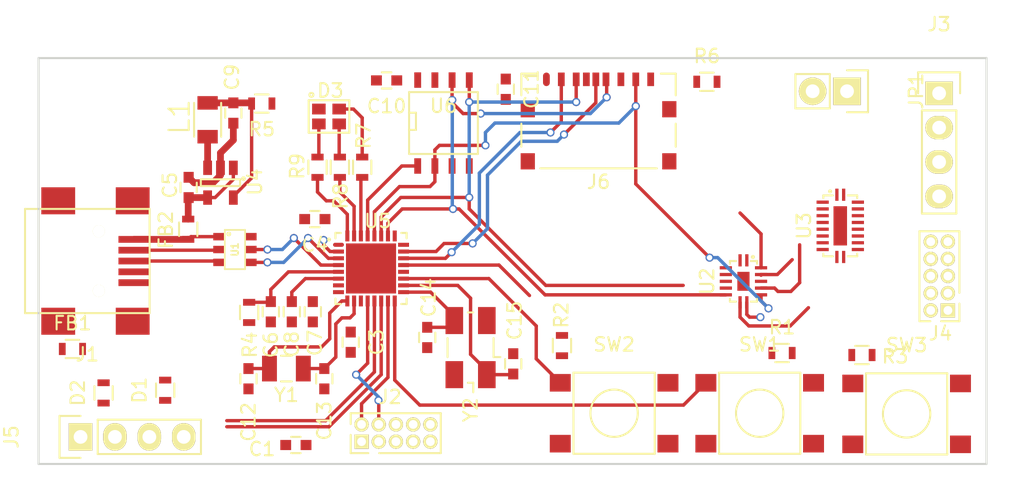
<source format=kicad_pcb>
(kicad_pcb (version 4) (host pcbnew 4.0.4-stable)

  (general
    (links 151)
    (no_connects 104)
    (area 99.924999 99.924999 170.075001 130.075001)
    (thickness 1.6)
    (drawings 4)
    (tracks 224)
    (zones 0)
    (modules 47)
    (nets 64)
  )

  (page A4)
  (layers
    (0 F.Cu signal)
    (31 B.Cu signal)
    (33 F.Adhes user)
    (35 F.Paste user)
    (37 F.SilkS user)
    (39 F.Mask user)
    (40 Dwgs.User user hide)
    (41 Cmts.User user)
    (42 Eco1.User user)
    (43 Eco2.User user)
    (44 Edge.Cuts user)
    (45 Margin user)
    (47 F.CrtYd user)
    (49 F.Fab user)
  )

  (setup
    (last_trace_width 0.25)
    (user_trace_width 0.5)
    (user_trace_width 0.75)
    (user_trace_width 1)
    (trace_clearance 0.2)
    (zone_clearance 0.508)
    (zone_45_only no)
    (trace_min 0.2)
    (segment_width 0.2)
    (edge_width 0.15)
    (via_size 0.6)
    (via_drill 0.4)
    (via_min_size 0.4)
    (via_min_drill 0.3)
    (uvia_size 0.3)
    (uvia_drill 0.1)
    (uvias_allowed no)
    (uvia_min_size 0.2)
    (uvia_min_drill 0.1)
    (pcb_text_width 0.3)
    (pcb_text_size 1.5 1.5)
    (mod_edge_width 0.15)
    (mod_text_size 1 1)
    (mod_text_width 0.15)
    (pad_size 1.524 1.524)
    (pad_drill 0.762)
    (pad_to_mask_clearance 0.2)
    (aux_axis_origin 0 0)
    (visible_elements FFFEFF7F)
    (pcbplotparams
      (layerselection 0x00030_80000001)
      (usegerberextensions false)
      (excludeedgelayer true)
      (linewidth 0.100000)
      (plotframeref false)
      (viasonmask false)
      (mode 1)
      (useauxorigin false)
      (hpglpennumber 1)
      (hpglpenspeed 20)
      (hpglpendiameter 15)
      (hpglpenoverlay 2)
      (psnegative false)
      (psa4output false)
      (plotreference true)
      (plotvalue true)
      (plotinvisibletext false)
      (padsonsilk false)
      (subtractmaskfromsilk false)
      (outputformat 1)
      (mirror false)
      (drillshape 1)
      (scaleselection 1)
      (outputdirectory ""))
  )

  (net 0 "")
  (net 1 +5V)
  (net 2 GND)
  (net 3 VCC)
  (net 4 XTAL)
  (net 5 EXTAL)
  (net 6 XTAL32)
  (net 7 EXTAL32)
  (net 8 UART0_TX)
  (net 9 UART0_RX)
  (net 10 "Net-(FB1-Pad1)")
  (net 11 "Net-(J1-Pad4)")
  (net 12 SWD_DIO)
  (net 13 SWD_CLK)
  (net 14 RESET)
  (net 15 VCOM)
  (net 16 /TARGET_SWDIO)
  (net 17 /TARGET_SWD_CLK)
  (net 18 "Net-(J4-Pad6)")
  (net 19 "Net-(J4-Pad7)")
  (net 20 "Net-(J4-Pad8)")
  (net 21 "Net-(J4-Pad9)")
  (net 22 /TARGET_RESET)
  (net 23 SD_CS)
  (net 24 SPI_MOSI)
  (net 25 SD_SWITCH)
  (net 26 SPI_CLK)
  (net 27 SPI_MISO)
  (net 28 LED_R)
  (net 29 LED_G)
  (net 30 LED_B)
  (net 31 PROGRAM)
  (net 32 TARGET_SWD_OE)
  (net 33 "Net-(U2-Pad3)")
  (net 34 RESET_OUT)
  (net 35 UART1_RX)
  (net 36 UART1_TX)
  (net 37 FLASH_CS)
  (net 38 /USB_D-)
  (net 39 /USB_D+)
  (net 40 USB2_D-)
  (net 41 USB2_D+)
  (net 42 "Net-(J6-PadP1)")
  (net 43 "Net-(J6-PadP8)")
  (net 44 "Net-(U2-Pad8)")
  (net 45 "Net-(C6-Pad1)")
  (net 46 "Net-(C9-Pad1)")
  (net 47 "Net-(J3-Pad2)")
  (net 48 "Net-(J3-Pad3)")
  (net 49 "Net-(L1-Pad1)")
  (net 50 "Net-(J2-Pad6)")
  (net 51 "Net-(J2-Pad7)")
  (net 52 "Net-(J2-Pad8)")
  (net 53 "Net-(J2-Pad9)")
  (net 54 "Net-(D3-Pad2)")
  (net 55 "Net-(D3-Pad4)")
  (net 56 "Net-(D3-Pad3)")
  (net 57 "Net-(U3-Pad13)")
  (net 58 "Net-(U3-Pad12)")
  (net 59 "Net-(U3-Pad9)")
  (net 60 "Net-(U3-Pad8)")
  (net 61 "Net-(U3-Pad14)")
  (net 62 "Net-(U3-Pad7)")
  (net 63 "Net-(FB2-Pad2)")

  (net_class Default "This is the default net class."
    (clearance 0.2)
    (trace_width 0.25)
    (via_dia 0.6)
    (via_drill 0.4)
    (uvia_dia 0.3)
    (uvia_drill 0.1)
    (add_net +5V)
    (add_net /TARGET_RESET)
    (add_net /TARGET_SWDIO)
    (add_net /TARGET_SWD_CLK)
    (add_net /USB_D+)
    (add_net /USB_D-)
    (add_net EXTAL)
    (add_net EXTAL32)
    (add_net FLASH_CS)
    (add_net GND)
    (add_net LED_B)
    (add_net LED_G)
    (add_net LED_R)
    (add_net "Net-(C6-Pad1)")
    (add_net "Net-(C9-Pad1)")
    (add_net "Net-(D3-Pad2)")
    (add_net "Net-(D3-Pad3)")
    (add_net "Net-(D3-Pad4)")
    (add_net "Net-(FB1-Pad1)")
    (add_net "Net-(FB2-Pad2)")
    (add_net "Net-(J1-Pad4)")
    (add_net "Net-(J2-Pad6)")
    (add_net "Net-(J2-Pad7)")
    (add_net "Net-(J2-Pad8)")
    (add_net "Net-(J2-Pad9)")
    (add_net "Net-(J3-Pad2)")
    (add_net "Net-(J3-Pad3)")
    (add_net "Net-(J4-Pad6)")
    (add_net "Net-(J4-Pad7)")
    (add_net "Net-(J4-Pad8)")
    (add_net "Net-(J4-Pad9)")
    (add_net "Net-(J6-PadP1)")
    (add_net "Net-(J6-PadP8)")
    (add_net "Net-(L1-Pad1)")
    (add_net "Net-(U2-Pad3)")
    (add_net "Net-(U2-Pad8)")
    (add_net "Net-(U3-Pad12)")
    (add_net "Net-(U3-Pad13)")
    (add_net "Net-(U3-Pad14)")
    (add_net "Net-(U3-Pad7)")
    (add_net "Net-(U3-Pad8)")
    (add_net "Net-(U3-Pad9)")
    (add_net PROGRAM)
    (add_net RESET)
    (add_net RESET_OUT)
    (add_net SD_CS)
    (add_net SD_SWITCH)
    (add_net SPI_CLK)
    (add_net SPI_MISO)
    (add_net SPI_MOSI)
    (add_net SWD_CLK)
    (add_net SWD_DIO)
    (add_net TARGET_SWD_OE)
    (add_net UART0_RX)
    (add_net UART0_TX)
    (add_net UART1_RX)
    (add_net UART1_TX)
    (add_net USB2_D+)
    (add_net USB2_D-)
    (add_net VCC)
    (add_net VCOM)
    (add_net XTAL)
    (add_net XTAL32)
  )

  (module Capacitors_SMD:C_0603 (layer F.Cu) (tedit 582BD145) (tstamp 5828BB83)
    (at 119 128.6 180)
    (descr "Capacitor SMD 0603, reflow soldering, AVX (see smccp.pdf)")
    (tags "capacitor 0603")
    (path /580C666A)
    (attr smd)
    (fp_text reference C1 (at 2.5 -0.3 180) (layer F.SilkS)
      (effects (font (size 1 1) (thickness 0.15)))
    )
    (fp_text value 0.1u (at 0 1.9 180) (layer F.Fab)
      (effects (font (size 1 1) (thickness 0.15)))
    )
    (fp_line (start -1.45 -0.75) (end 1.45 -0.75) (layer F.CrtYd) (width 0.05))
    (fp_line (start -1.45 0.75) (end 1.45 0.75) (layer F.CrtYd) (width 0.05))
    (fp_line (start -1.45 -0.75) (end -1.45 0.75) (layer F.CrtYd) (width 0.05))
    (fp_line (start 1.45 -0.75) (end 1.45 0.75) (layer F.CrtYd) (width 0.05))
    (fp_line (start -0.35 -0.6) (end 0.35 -0.6) (layer F.SilkS) (width 0.15))
    (fp_line (start 0.35 0.6) (end -0.35 0.6) (layer F.SilkS) (width 0.15))
    (pad 1 smd rect (at -0.75 0 180) (size 0.8 0.75) (layers F.Cu F.Paste F.Mask)
      (net 3 VCC))
    (pad 2 smd rect (at 0.75 0 180) (size 0.8 0.75) (layers F.Cu F.Paste F.Mask)
      (net 2 GND))
    (model Capacitors_SMD.3dshapes/C_0603.wrl
      (at (xyz 0 0 0))
      (scale (xyz 1 1 1))
      (rotate (xyz 0 0 0))
    )
  )

  (module Capacitors_SMD:C_0603 (layer F.Cu) (tedit 5415D631) (tstamp 5828BB8F)
    (at 123.05 121 270)
    (descr "Capacitor SMD 0603, reflow soldering, AVX (see smccp.pdf)")
    (tags "capacitor 0603")
    (path /580D4BCF)
    (attr smd)
    (fp_text reference C3 (at 0 -1.9 270) (layer F.SilkS)
      (effects (font (size 1 1) (thickness 0.15)))
    )
    (fp_text value 0.1u (at 0 1.9 270) (layer F.Fab)
      (effects (font (size 1 1) (thickness 0.15)))
    )
    (fp_line (start -1.45 -0.75) (end 1.45 -0.75) (layer F.CrtYd) (width 0.05))
    (fp_line (start -1.45 0.75) (end 1.45 0.75) (layer F.CrtYd) (width 0.05))
    (fp_line (start -1.45 -0.75) (end -1.45 0.75) (layer F.CrtYd) (width 0.05))
    (fp_line (start 1.45 -0.75) (end 1.45 0.75) (layer F.CrtYd) (width 0.05))
    (fp_line (start -0.35 -0.6) (end 0.35 -0.6) (layer F.SilkS) (width 0.15))
    (fp_line (start 0.35 0.6) (end -0.35 0.6) (layer F.SilkS) (width 0.15))
    (pad 1 smd rect (at -0.75 0 270) (size 0.8 0.75) (layers F.Cu F.Paste F.Mask)
      (net 3 VCC))
    (pad 2 smd rect (at 0.75 0 270) (size 0.8 0.75) (layers F.Cu F.Paste F.Mask)
      (net 2 GND))
    (model Capacitors_SMD.3dshapes/C_0603.wrl
      (at (xyz 0 0 0))
      (scale (xyz 1 1 1))
      (rotate (xyz 0 0 0))
    )
  )

  (module Capacitors_SMD:C_0603 (layer F.Cu) (tedit 5415D631) (tstamp 5828BB95)
    (at 120.4 111.9 180)
    (descr "Capacitor SMD 0603, reflow soldering, AVX (see smccp.pdf)")
    (tags "capacitor 0603")
    (path /580C4A35)
    (attr smd)
    (fp_text reference C4 (at 0 -1.9 180) (layer F.SilkS)
      (effects (font (size 1 1) (thickness 0.15)))
    )
    (fp_text value 0.1u (at 0 1.9 180) (layer F.Fab)
      (effects (font (size 1 1) (thickness 0.15)))
    )
    (fp_line (start -1.45 -0.75) (end 1.45 -0.75) (layer F.CrtYd) (width 0.05))
    (fp_line (start -1.45 0.75) (end 1.45 0.75) (layer F.CrtYd) (width 0.05))
    (fp_line (start -1.45 -0.75) (end -1.45 0.75) (layer F.CrtYd) (width 0.05))
    (fp_line (start 1.45 -0.75) (end 1.45 0.75) (layer F.CrtYd) (width 0.05))
    (fp_line (start -0.35 -0.6) (end 0.35 -0.6) (layer F.SilkS) (width 0.15))
    (fp_line (start 0.35 0.6) (end -0.35 0.6) (layer F.SilkS) (width 0.15))
    (pad 1 smd rect (at -0.75 0 180) (size 0.8 0.75) (layers F.Cu F.Paste F.Mask)
      (net 3 VCC))
    (pad 2 smd rect (at 0.75 0 180) (size 0.8 0.75) (layers F.Cu F.Paste F.Mask)
      (net 2 GND))
    (model Capacitors_SMD.3dshapes/C_0603.wrl
      (at (xyz 0 0 0))
      (scale (xyz 1 1 1))
      (rotate (xyz 0 0 0))
    )
  )

  (module Capacitors_SMD:C_0603 (layer F.Cu) (tedit 582AA856) (tstamp 5828BB9B)
    (at 111.082107 109.560356 90)
    (descr "Capacitor SMD 0603, reflow soldering, AVX (see smccp.pdf)")
    (tags "capacitor 0603")
    (path /580D62AF)
    (attr smd)
    (fp_text reference C5 (at 0.160356 -1.382107 90) (layer F.SilkS)
      (effects (font (size 1 1) (thickness 0.15)))
    )
    (fp_text value 10u (at 0 1.9 90) (layer F.Fab)
      (effects (font (size 1 1) (thickness 0.15)))
    )
    (fp_line (start -1.45 -0.75) (end 1.45 -0.75) (layer F.CrtYd) (width 0.05))
    (fp_line (start -1.45 0.75) (end 1.45 0.75) (layer F.CrtYd) (width 0.05))
    (fp_line (start -1.45 -0.75) (end -1.45 0.75) (layer F.CrtYd) (width 0.05))
    (fp_line (start 1.45 -0.75) (end 1.45 0.75) (layer F.CrtYd) (width 0.05))
    (fp_line (start -0.35 -0.6) (end 0.35 -0.6) (layer F.SilkS) (width 0.15))
    (fp_line (start 0.35 0.6) (end -0.35 0.6) (layer F.SilkS) (width 0.15))
    (pad 1 smd rect (at -0.75 0 90) (size 0.8 0.75) (layers F.Cu F.Paste F.Mask)
      (net 1 +5V))
    (pad 2 smd rect (at 0.75 0 90) (size 0.8 0.75) (layers F.Cu F.Paste F.Mask)
      (net 2 GND))
    (model Capacitors_SMD.3dshapes/C_0603.wrl
      (at (xyz 0 0 0))
      (scale (xyz 1 1 1))
      (rotate (xyz 0 0 0))
    )
  )

  (module Capacitors_SMD:C_0603 (layer F.Cu) (tedit 582AA58A) (tstamp 5828BBA1)
    (at 117.15 118.75 270)
    (descr "Capacitor SMD 0603, reflow soldering, AVX (see smccp.pdf)")
    (tags "capacitor 0603")
    (path /580D7E5A)
    (attr smd)
    (fp_text reference C6 (at 2.45 0 270) (layer F.SilkS)
      (effects (font (size 1 1) (thickness 0.15)))
    )
    (fp_text value 2.2u (at 0 1.9 270) (layer F.Fab)
      (effects (font (size 1 1) (thickness 0.15)))
    )
    (fp_line (start -1.45 -0.75) (end 1.45 -0.75) (layer F.CrtYd) (width 0.05))
    (fp_line (start -1.45 0.75) (end 1.45 0.75) (layer F.CrtYd) (width 0.05))
    (fp_line (start -1.45 -0.75) (end -1.45 0.75) (layer F.CrtYd) (width 0.05))
    (fp_line (start 1.45 -0.75) (end 1.45 0.75) (layer F.CrtYd) (width 0.05))
    (fp_line (start -0.35 -0.6) (end 0.35 -0.6) (layer F.SilkS) (width 0.15))
    (fp_line (start 0.35 0.6) (end -0.35 0.6) (layer F.SilkS) (width 0.15))
    (pad 1 smd rect (at -0.75 0 270) (size 0.8 0.75) (layers F.Cu F.Paste F.Mask)
      (net 45 "Net-(C6-Pad1)"))
    (pad 2 smd rect (at 0.75 0 270) (size 0.8 0.75) (layers F.Cu F.Paste F.Mask)
      (net 2 GND))
    (model Capacitors_SMD.3dshapes/C_0603.wrl
      (at (xyz 0 0 0))
      (scale (xyz 1 1 1))
      (rotate (xyz 0 0 0))
    )
  )

  (module Capacitors_SMD:C_0603 (layer F.Cu) (tedit 582BCF62) (tstamp 5828BBA7)
    (at 120.25 118.75 270)
    (descr "Capacitor SMD 0603, reflow soldering, AVX (see smccp.pdf)")
    (tags "capacitor 0603")
    (path /580C49F5)
    (attr smd)
    (fp_text reference C7 (at 2.3 -0.15 270) (layer F.SilkS)
      (effects (font (size 1 1) (thickness 0.15)))
    )
    (fp_text value 0.1u (at 0 1.9 270) (layer F.Fab)
      (effects (font (size 1 1) (thickness 0.15)))
    )
    (fp_line (start -1.45 -0.75) (end 1.45 -0.75) (layer F.CrtYd) (width 0.05))
    (fp_line (start -1.45 0.75) (end 1.45 0.75) (layer F.CrtYd) (width 0.05))
    (fp_line (start -1.45 -0.75) (end -1.45 0.75) (layer F.CrtYd) (width 0.05))
    (fp_line (start 1.45 -0.75) (end 1.45 0.75) (layer F.CrtYd) (width 0.05))
    (fp_line (start -0.35 -0.6) (end 0.35 -0.6) (layer F.SilkS) (width 0.15))
    (fp_line (start 0.35 0.6) (end -0.35 0.6) (layer F.SilkS) (width 0.15))
    (pad 1 smd rect (at -0.75 0 270) (size 0.8 0.75) (layers F.Cu F.Paste F.Mask)
      (net 3 VCC))
    (pad 2 smd rect (at 0.75 0 270) (size 0.8 0.75) (layers F.Cu F.Paste F.Mask)
      (net 2 GND))
    (model Capacitors_SMD.3dshapes/C_0603.wrl
      (at (xyz 0 0 0))
      (scale (xyz 1 1 1))
      (rotate (xyz 0 0 0))
    )
  )

  (module Capacitors_SMD:C_0603 (layer F.Cu) (tedit 582BCF5D) (tstamp 5828BBAD)
    (at 118.7 118.75 270)
    (descr "Capacitor SMD 0603, reflow soldering, AVX (see smccp.pdf)")
    (tags "capacitor 0603")
    (path /580D69BD)
    (attr smd)
    (fp_text reference C8 (at 2.4 0 270) (layer F.SilkS)
      (effects (font (size 1 1) (thickness 0.15)))
    )
    (fp_text value 2.2u (at 0 1.9 270) (layer F.Fab)
      (effects (font (size 1 1) (thickness 0.15)))
    )
    (fp_line (start -1.45 -0.75) (end 1.45 -0.75) (layer F.CrtYd) (width 0.05))
    (fp_line (start -1.45 0.75) (end 1.45 0.75) (layer F.CrtYd) (width 0.05))
    (fp_line (start -1.45 -0.75) (end -1.45 0.75) (layer F.CrtYd) (width 0.05))
    (fp_line (start 1.45 -0.75) (end 1.45 0.75) (layer F.CrtYd) (width 0.05))
    (fp_line (start -0.35 -0.6) (end 0.35 -0.6) (layer F.SilkS) (width 0.15))
    (fp_line (start 0.35 0.6) (end -0.35 0.6) (layer F.SilkS) (width 0.15))
    (pad 1 smd rect (at -0.75 0 270) (size 0.8 0.75) (layers F.Cu F.Paste F.Mask)
      (net 1 +5V))
    (pad 2 smd rect (at 0.75 0 270) (size 0.8 0.75) (layers F.Cu F.Paste F.Mask)
      (net 2 GND))
    (model Capacitors_SMD.3dshapes/C_0603.wrl
      (at (xyz 0 0 0))
      (scale (xyz 1 1 1))
      (rotate (xyz 0 0 0))
    )
  )

  (module Capacitors_SMD:C_0603 (layer F.Cu) (tedit 5829F19D) (tstamp 5828BBB3)
    (at 114.382107 104.060354 270)
    (descr "Capacitor SMD 0603, reflow soldering, AVX (see smccp.pdf)")
    (tags "capacitor 0603")
    (path /580DBF76)
    (attr smd)
    (fp_text reference C9 (at -2.65 0.1 270) (layer F.SilkS)
      (effects (font (size 1 1) (thickness 0.15)))
    )
    (fp_text value 10u (at 0 1.9 270) (layer F.Fab)
      (effects (font (size 1 1) (thickness 0.15)))
    )
    (fp_line (start -1.45 -0.75) (end 1.45 -0.75) (layer F.CrtYd) (width 0.05))
    (fp_line (start -1.45 0.75) (end 1.45 0.75) (layer F.CrtYd) (width 0.05))
    (fp_line (start -1.45 -0.75) (end -1.45 0.75) (layer F.CrtYd) (width 0.05))
    (fp_line (start 1.45 -0.75) (end 1.45 0.75) (layer F.CrtYd) (width 0.05))
    (fp_line (start -0.35 -0.6) (end 0.35 -0.6) (layer F.SilkS) (width 0.15))
    (fp_line (start 0.35 0.6) (end -0.35 0.6) (layer F.SilkS) (width 0.15))
    (pad 1 smd rect (at -0.75 0 270) (size 0.8 0.75) (layers F.Cu F.Paste F.Mask)
      (net 46 "Net-(C9-Pad1)"))
    (pad 2 smd rect (at 0.75 0 270) (size 0.8 0.75) (layers F.Cu F.Paste F.Mask)
      (net 2 GND))
    (model Capacitors_SMD.3dshapes/C_0603.wrl
      (at (xyz 0 0 0))
      (scale (xyz 1 1 1))
      (rotate (xyz 0 0 0))
    )
  )

  (module Capacitors_SMD:C_0603 (layer F.Cu) (tedit 5415D631) (tstamp 5828BBB9)
    (at 125.7 101.65 180)
    (descr "Capacitor SMD 0603, reflow soldering, AVX (see smccp.pdf)")
    (tags "capacitor 0603")
    (path /580D0DDF)
    (attr smd)
    (fp_text reference C10 (at 0 -1.9 180) (layer F.SilkS)
      (effects (font (size 1 1) (thickness 0.15)))
    )
    (fp_text value 0.1u (at 0 1.9 180) (layer F.Fab)
      (effects (font (size 1 1) (thickness 0.15)))
    )
    (fp_line (start -1.45 -0.75) (end 1.45 -0.75) (layer F.CrtYd) (width 0.05))
    (fp_line (start -1.45 0.75) (end 1.45 0.75) (layer F.CrtYd) (width 0.05))
    (fp_line (start -1.45 -0.75) (end -1.45 0.75) (layer F.CrtYd) (width 0.05))
    (fp_line (start 1.45 -0.75) (end 1.45 0.75) (layer F.CrtYd) (width 0.05))
    (fp_line (start -0.35 -0.6) (end 0.35 -0.6) (layer F.SilkS) (width 0.15))
    (fp_line (start 0.35 0.6) (end -0.35 0.6) (layer F.SilkS) (width 0.15))
    (pad 1 smd rect (at -0.75 0 180) (size 0.8 0.75) (layers F.Cu F.Paste F.Mask)
      (net 3 VCC))
    (pad 2 smd rect (at 0.75 0 180) (size 0.8 0.75) (layers F.Cu F.Paste F.Mask)
      (net 2 GND))
    (model Capacitors_SMD.3dshapes/C_0603.wrl
      (at (xyz 0 0 0))
      (scale (xyz 1 1 1))
      (rotate (xyz 0 0 0))
    )
  )

  (module Capacitors_SMD:C_0603 (layer F.Cu) (tedit 5415D631) (tstamp 5828BBBF)
    (at 134.5 102.3 270)
    (descr "Capacitor SMD 0603, reflow soldering, AVX (see smccp.pdf)")
    (tags "capacitor 0603")
    (path /580D52A4)
    (attr smd)
    (fp_text reference C11 (at 0 -1.9 270) (layer F.SilkS)
      (effects (font (size 1 1) (thickness 0.15)))
    )
    (fp_text value 22u (at 0 1.9 270) (layer F.Fab)
      (effects (font (size 1 1) (thickness 0.15)))
    )
    (fp_line (start -1.45 -0.75) (end 1.45 -0.75) (layer F.CrtYd) (width 0.05))
    (fp_line (start -1.45 0.75) (end 1.45 0.75) (layer F.CrtYd) (width 0.05))
    (fp_line (start -1.45 -0.75) (end -1.45 0.75) (layer F.CrtYd) (width 0.05))
    (fp_line (start 1.45 -0.75) (end 1.45 0.75) (layer F.CrtYd) (width 0.05))
    (fp_line (start -0.35 -0.6) (end 0.35 -0.6) (layer F.SilkS) (width 0.15))
    (fp_line (start 0.35 0.6) (end -0.35 0.6) (layer F.SilkS) (width 0.15))
    (pad 1 smd rect (at -0.75 0 270) (size 0.8 0.75) (layers F.Cu F.Paste F.Mask)
      (net 3 VCC))
    (pad 2 smd rect (at 0.75 0 270) (size 0.8 0.75) (layers F.Cu F.Paste F.Mask)
      (net 2 GND))
    (model Capacitors_SMD.3dshapes/C_0603.wrl
      (at (xyz 0 0 0))
      (scale (xyz 1 1 1))
      (rotate (xyz 0 0 0))
    )
  )

  (module Capacitors_SMD:C_0603 (layer F.Cu) (tedit 582AA47C) (tstamp 5828BBC5)
    (at 115.5 123.7 270)
    (descr "Capacitor SMD 0603, reflow soldering, AVX (see smccp.pdf)")
    (tags "capacitor 0603")
    (path /580DC38B)
    (attr smd)
    (fp_text reference C12 (at 3.2 0 270) (layer F.SilkS)
      (effects (font (size 1 1) (thickness 0.15)))
    )
    (fp_text value C (at 0 1.9 270) (layer F.Fab)
      (effects (font (size 1 1) (thickness 0.15)))
    )
    (fp_line (start -1.45 -0.75) (end 1.45 -0.75) (layer F.CrtYd) (width 0.05))
    (fp_line (start -1.45 0.75) (end 1.45 0.75) (layer F.CrtYd) (width 0.05))
    (fp_line (start -1.45 -0.75) (end -1.45 0.75) (layer F.CrtYd) (width 0.05))
    (fp_line (start 1.45 -0.75) (end 1.45 0.75) (layer F.CrtYd) (width 0.05))
    (fp_line (start -0.35 -0.6) (end 0.35 -0.6) (layer F.SilkS) (width 0.15))
    (fp_line (start 0.35 0.6) (end -0.35 0.6) (layer F.SilkS) (width 0.15))
    (pad 1 smd rect (at -0.75 0 270) (size 0.8 0.75) (layers F.Cu F.Paste F.Mask)
      (net 6 XTAL32))
    (pad 2 smd rect (at 0.75 0 270) (size 0.8 0.75) (layers F.Cu F.Paste F.Mask)
      (net 2 GND))
    (model Capacitors_SMD.3dshapes/C_0603.wrl
      (at (xyz 0 0 0))
      (scale (xyz 1 1 1))
      (rotate (xyz 0 0 0))
    )
  )

  (module Capacitors_SMD:C_0603 (layer F.Cu) (tedit 5829F518) (tstamp 5828BBCB)
    (at 121.1 123.7 270)
    (descr "Capacitor SMD 0603, reflow soldering, AVX (see smccp.pdf)")
    (tags "capacitor 0603")
    (path /580DC4DC)
    (attr smd)
    (fp_text reference C13 (at 3.11127 0 270) (layer F.SilkS)
      (effects (font (size 1 1) (thickness 0.15)))
    )
    (fp_text value C (at 0 1.9 270) (layer F.Fab)
      (effects (font (size 1 1) (thickness 0.15)))
    )
    (fp_line (start -1.45 -0.75) (end 1.45 -0.75) (layer F.CrtYd) (width 0.05))
    (fp_line (start -1.45 0.75) (end 1.45 0.75) (layer F.CrtYd) (width 0.05))
    (fp_line (start -1.45 -0.75) (end -1.45 0.75) (layer F.CrtYd) (width 0.05))
    (fp_line (start 1.45 -0.75) (end 1.45 0.75) (layer F.CrtYd) (width 0.05))
    (fp_line (start -0.35 -0.6) (end 0.35 -0.6) (layer F.SilkS) (width 0.15))
    (fp_line (start 0.35 0.6) (end -0.35 0.6) (layer F.SilkS) (width 0.15))
    (pad 1 smd rect (at -0.75 0 270) (size 0.8 0.75) (layers F.Cu F.Paste F.Mask)
      (net 7 EXTAL32))
    (pad 2 smd rect (at 0.75 0 270) (size 0.8 0.75) (layers F.Cu F.Paste F.Mask)
      (net 2 GND))
    (model Capacitors_SMD.3dshapes/C_0603.wrl
      (at (xyz 0 0 0))
      (scale (xyz 1 1 1))
      (rotate (xyz 0 0 0))
    )
  )

  (module Capacitors_SMD:C_0603 (layer F.Cu) (tedit 582BD00C) (tstamp 5828BBD1)
    (at 128.7 120.65 270)
    (descr "Capacitor SMD 0603, reflow soldering, AVX (see smccp.pdf)")
    (tags "capacitor 0603")
    (path /580DC929)
    (attr smd)
    (fp_text reference C14 (at -2.95 -0.1 270) (layer F.SilkS)
      (effects (font (size 1 1) (thickness 0.15)))
    )
    (fp_text value C (at 0 1.9 270) (layer F.Fab)
      (effects (font (size 1 1) (thickness 0.15)))
    )
    (fp_line (start -1.45 -0.75) (end 1.45 -0.75) (layer F.CrtYd) (width 0.05))
    (fp_line (start -1.45 0.75) (end 1.45 0.75) (layer F.CrtYd) (width 0.05))
    (fp_line (start -1.45 -0.75) (end -1.45 0.75) (layer F.CrtYd) (width 0.05))
    (fp_line (start 1.45 -0.75) (end 1.45 0.75) (layer F.CrtYd) (width 0.05))
    (fp_line (start -0.35 -0.6) (end 0.35 -0.6) (layer F.SilkS) (width 0.15))
    (fp_line (start 0.35 0.6) (end -0.35 0.6) (layer F.SilkS) (width 0.15))
    (pad 1 smd rect (at -0.75 0 270) (size 0.8 0.75) (layers F.Cu F.Paste F.Mask)
      (net 4 XTAL))
    (pad 2 smd rect (at 0.75 0 270) (size 0.8 0.75) (layers F.Cu F.Paste F.Mask)
      (net 2 GND))
    (model Capacitors_SMD.3dshapes/C_0603.wrl
      (at (xyz 0 0 0))
      (scale (xyz 1 1 1))
      (rotate (xyz 0 0 0))
    )
  )

  (module Capacitors_SMD:C_0603 (layer F.Cu) (tedit 582A24CB) (tstamp 5828BBD7)
    (at 135.05 122.6 90)
    (descr "Capacitor SMD 0603, reflow soldering, AVX (see smccp.pdf)")
    (tags "capacitor 0603")
    (path /580DC92F)
    (attr smd)
    (fp_text reference C15 (at 3.2 0.1 90) (layer F.SilkS)
      (effects (font (size 1 1) (thickness 0.15)))
    )
    (fp_text value C (at 0 1.9 90) (layer F.Fab)
      (effects (font (size 1 1) (thickness 0.15)))
    )
    (fp_line (start -1.45 -0.75) (end 1.45 -0.75) (layer F.CrtYd) (width 0.05))
    (fp_line (start -1.45 0.75) (end 1.45 0.75) (layer F.CrtYd) (width 0.05))
    (fp_line (start -1.45 -0.75) (end -1.45 0.75) (layer F.CrtYd) (width 0.05))
    (fp_line (start 1.45 -0.75) (end 1.45 0.75) (layer F.CrtYd) (width 0.05))
    (fp_line (start -0.35 -0.6) (end 0.35 -0.6) (layer F.SilkS) (width 0.15))
    (fp_line (start 0.35 0.6) (end -0.35 0.6) (layer F.SilkS) (width 0.15))
    (pad 1 smd rect (at -0.75 0 90) (size 0.8 0.75) (layers F.Cu F.Paste F.Mask)
      (net 5 EXTAL))
    (pad 2 smd rect (at 0.75 0 90) (size 0.8 0.75) (layers F.Cu F.Paste F.Mask)
      (net 2 GND))
    (model Capacitors_SMD.3dshapes/C_0603.wrl
      (at (xyz 0 0 0))
      (scale (xyz 1 1 1))
      (rotate (xyz 0 0 0))
    )
  )

  (module Connect:USB_Mini-B (layer F.Cu) (tedit 5543E571) (tstamp 5828BC1E)
    (at 103.6 115)
    (descr "USB Mini-B 5-pin SMD connector")
    (tags "USB USB_B USB_Mini connector")
    (path /580C32D0)
    (attr smd)
    (fp_text reference J1 (at 0 6.90118) (layer F.SilkS)
      (effects (font (size 1 1) (thickness 0.15)))
    )
    (fp_text value USB_OTG (at 0 -7.0993) (layer F.Fab)
      (effects (font (size 1 1) (thickness 0.15)))
    )
    (fp_line (start -4.85 -5.7) (end 4.85 -5.7) (layer F.CrtYd) (width 0.05))
    (fp_line (start 4.85 -5.7) (end 4.85 5.7) (layer F.CrtYd) (width 0.05))
    (fp_line (start 4.85 5.7) (end -4.85 5.7) (layer F.CrtYd) (width 0.05))
    (fp_line (start -4.85 5.7) (end -4.85 -5.7) (layer F.CrtYd) (width 0.05))
    (fp_line (start -3.59918 -3.85064) (end -3.59918 3.85064) (layer F.SilkS) (width 0.15))
    (fp_line (start -4.59994 -3.85064) (end -4.59994 3.85064) (layer F.SilkS) (width 0.15))
    (fp_line (start -4.59994 3.85064) (end 4.59994 3.85064) (layer F.SilkS) (width 0.15))
    (fp_line (start 4.59994 3.85064) (end 4.59994 -3.85064) (layer F.SilkS) (width 0.15))
    (fp_line (start 4.59994 -3.85064) (end -4.59994 -3.85064) (layer F.SilkS) (width 0.15))
    (pad 1 smd rect (at 3.44932 -1.6002) (size 2.30124 0.50038) (layers F.Cu F.Paste F.Mask)
      (net 63 "Net-(FB2-Pad2)"))
    (pad 2 smd rect (at 3.44932 -0.8001) (size 2.30124 0.50038) (layers F.Cu F.Paste F.Mask)
      (net 38 /USB_D-))
    (pad 3 smd rect (at 3.44932 0) (size 2.30124 0.50038) (layers F.Cu F.Paste F.Mask)
      (net 39 /USB_D+))
    (pad 4 smd rect (at 3.44932 0.8001) (size 2.30124 0.50038) (layers F.Cu F.Paste F.Mask)
      (net 11 "Net-(J1-Pad4)"))
    (pad 5 smd rect (at 3.44932 1.6002) (size 2.30124 0.50038) (layers F.Cu F.Paste F.Mask)
      (net 2 GND))
    (pad 6 smd rect (at 3.35026 -4.45008) (size 2.49936 1.99898) (layers F.Cu F.Paste F.Mask)
      (net 10 "Net-(FB1-Pad1)"))
    (pad 6 smd rect (at -2.14884 -4.45008) (size 2.49936 1.99898) (layers F.Cu F.Paste F.Mask)
      (net 10 "Net-(FB1-Pad1)"))
    (pad 6 smd rect (at 3.35026 4.45008) (size 2.49936 1.99898) (layers F.Cu F.Paste F.Mask)
      (net 10 "Net-(FB1-Pad1)"))
    (pad 6 smd rect (at -2.14884 4.45008) (size 2.49936 1.99898) (layers F.Cu F.Paste F.Mask)
      (net 10 "Net-(FB1-Pad1)"))
    (pad "" np_thru_hole circle (at 0.8509 -2.19964) (size 0.89916 0.89916) (drill 0.89916) (layers *.Cu *.Mask F.SilkS))
    (pad "" np_thru_hole circle (at 0.8509 2.19964) (size 0.89916 0.89916) (drill 0.89916) (layers *.Cu *.Mask F.SilkS))
  )

  (module Resistors_SMD:R_0603 (layer F.Cu) (tedit 5415CC62) (tstamp 5828BC7C)
    (at 154.9 121.8)
    (descr "Resistor SMD 0603, reflow soldering, Vishay (see dcrcw.pdf)")
    (tags "resistor 0603")
    (path /580CF022)
    (attr smd)
    (fp_text reference R1 (at 0 -1.9) (layer F.SilkS)
      (effects (font (size 1 1) (thickness 0.15)))
    )
    (fp_text value 10k (at 0 1.9) (layer F.Fab)
      (effects (font (size 1 1) (thickness 0.15)))
    )
    (fp_line (start -1.3 -0.8) (end 1.3 -0.8) (layer F.CrtYd) (width 0.05))
    (fp_line (start -1.3 0.8) (end 1.3 0.8) (layer F.CrtYd) (width 0.05))
    (fp_line (start -1.3 -0.8) (end -1.3 0.8) (layer F.CrtYd) (width 0.05))
    (fp_line (start 1.3 -0.8) (end 1.3 0.8) (layer F.CrtYd) (width 0.05))
    (fp_line (start 0.5 0.675) (end -0.5 0.675) (layer F.SilkS) (width 0.15))
    (fp_line (start -0.5 -0.675) (end 0.5 -0.675) (layer F.SilkS) (width 0.15))
    (pad 1 smd rect (at -0.75 0) (size 0.5 0.9) (layers F.Cu F.Paste F.Mask)
      (net 31 PROGRAM))
    (pad 2 smd rect (at 0.75 0) (size 0.5 0.9) (layers F.Cu F.Paste F.Mask)
      (net 3 VCC))
    (model Resistors_SMD.3dshapes/R_0603.wrl
      (at (xyz 0 0 0))
      (scale (xyz 1 1 1))
      (rotate (xyz 0 0 0))
    )
  )

  (module Resistors_SMD:R_0603 (layer F.Cu) (tedit 582964F5) (tstamp 5828BC82)
    (at 138.65 121.25 90)
    (descr "Resistor SMD 0603, reflow soldering, Vishay (see dcrcw.pdf)")
    (tags "resistor 0603")
    (path /580C6F98)
    (attr smd)
    (fp_text reference R2 (at 2.25 -0.05 90) (layer F.SilkS)
      (effects (font (size 1 1) (thickness 0.15)))
    )
    (fp_text value 10k (at 0 1.9 90) (layer F.Fab)
      (effects (font (size 1 1) (thickness 0.15)))
    )
    (fp_line (start -1.3 -0.8) (end 1.3 -0.8) (layer F.CrtYd) (width 0.05))
    (fp_line (start -1.3 0.8) (end 1.3 0.8) (layer F.CrtYd) (width 0.05))
    (fp_line (start -1.3 -0.8) (end -1.3 0.8) (layer F.CrtYd) (width 0.05))
    (fp_line (start 1.3 -0.8) (end 1.3 0.8) (layer F.CrtYd) (width 0.05))
    (fp_line (start 0.5 0.675) (end -0.5 0.675) (layer F.SilkS) (width 0.15))
    (fp_line (start -0.5 -0.675) (end 0.5 -0.675) (layer F.SilkS) (width 0.15))
    (pad 1 smd rect (at -0.75 0 90) (size 0.5 0.9) (layers F.Cu F.Paste F.Mask)
      (net 3 VCC))
    (pad 2 smd rect (at 0.75 0 90) (size 0.5 0.9) (layers F.Cu F.Paste F.Mask)
      (net 14 RESET))
    (model Resistors_SMD.3dshapes/R_0603.wrl
      (at (xyz 0 0 0))
      (scale (xyz 1 1 1))
      (rotate (xyz 0 0 0))
    )
  )

  (module Resistors_SMD:R_0603 (layer F.Cu) (tedit 582964F9) (tstamp 5828BC88)
    (at 160.8 121.95)
    (descr "Resistor SMD 0603, reflow soldering, Vishay (see dcrcw.pdf)")
    (tags "resistor 0603")
    (path /580DA637)
    (attr smd)
    (fp_text reference R3 (at 2.45 0.1) (layer F.SilkS)
      (effects (font (size 1 1) (thickness 0.15)))
    )
    (fp_text value 10k (at 0 1.9) (layer F.Fab)
      (effects (font (size 1 1) (thickness 0.15)))
    )
    (fp_line (start -1.3 -0.8) (end 1.3 -0.8) (layer F.CrtYd) (width 0.05))
    (fp_line (start -1.3 0.8) (end 1.3 0.8) (layer F.CrtYd) (width 0.05))
    (fp_line (start -1.3 -0.8) (end -1.3 0.8) (layer F.CrtYd) (width 0.05))
    (fp_line (start 1.3 -0.8) (end 1.3 0.8) (layer F.CrtYd) (width 0.05))
    (fp_line (start 0.5 0.675) (end -0.5 0.675) (layer F.SilkS) (width 0.15))
    (fp_line (start -0.5 -0.675) (end 0.5 -0.675) (layer F.SilkS) (width 0.15))
    (pad 1 smd rect (at -0.75 0) (size 0.5 0.9) (layers F.Cu F.Paste F.Mask)
      (net 15 VCOM))
    (pad 2 smd rect (at 0.75 0) (size 0.5 0.9) (layers F.Cu F.Paste F.Mask)
      (net 22 /TARGET_RESET))
    (model Resistors_SMD.3dshapes/R_0603.wrl
      (at (xyz 0 0 0))
      (scale (xyz 1 1 1))
      (rotate (xyz 0 0 0))
    )
  )

  (module Resistors_SMD:R_0603 (layer F.Cu) (tedit 582AA571) (tstamp 5828BC8E)
    (at 115.55 118.8 270)
    (descr "Resistor SMD 0603, reflow soldering, Vishay (see dcrcw.pdf)")
    (tags "resistor 0603")
    (path /5828C43C)
    (attr smd)
    (fp_text reference R4 (at 2.4 -0.05 270) (layer F.SilkS)
      (effects (font (size 1 1) (thickness 0.15)))
    )
    (fp_text value 0 (at 0 1.9 270) (layer F.Fab)
      (effects (font (size 1 1) (thickness 0.15)))
    )
    (fp_line (start -1.3 -0.8) (end 1.3 -0.8) (layer F.CrtYd) (width 0.05))
    (fp_line (start -1.3 0.8) (end 1.3 0.8) (layer F.CrtYd) (width 0.05))
    (fp_line (start -1.3 -0.8) (end -1.3 0.8) (layer F.CrtYd) (width 0.05))
    (fp_line (start 1.3 -0.8) (end 1.3 0.8) (layer F.CrtYd) (width 0.05))
    (fp_line (start 0.5 0.675) (end -0.5 0.675) (layer F.SilkS) (width 0.15))
    (fp_line (start -0.5 -0.675) (end 0.5 -0.675) (layer F.SilkS) (width 0.15))
    (pad 1 smd rect (at -0.75 0 270) (size 0.5 0.9) (layers F.Cu F.Paste F.Mask)
      (net 45 "Net-(C6-Pad1)"))
    (pad 2 smd rect (at 0.75 0 270) (size 0.5 0.9) (layers F.Cu F.Paste F.Mask)
      (net 3 VCC))
    (model Resistors_SMD.3dshapes/R_0603.wrl
      (at (xyz 0 0 0))
      (scale (xyz 1 1 1))
      (rotate (xyz 0 0 0))
    )
  )

  (module Resistors_SMD:R_0603 (layer F.Cu) (tedit 5415CC62) (tstamp 5828BC94)
    (at 116.482107 103.360355 180)
    (descr "Resistor SMD 0603, reflow soldering, Vishay (see dcrcw.pdf)")
    (tags "resistor 0603")
    (path /5828CE20)
    (attr smd)
    (fp_text reference R5 (at 0 -1.9 180) (layer F.SilkS)
      (effects (font (size 1 1) (thickness 0.15)))
    )
    (fp_text value 0 (at 0 1.9 180) (layer F.Fab)
      (effects (font (size 1 1) (thickness 0.15)))
    )
    (fp_line (start -1.3 -0.8) (end 1.3 -0.8) (layer F.CrtYd) (width 0.05))
    (fp_line (start -1.3 0.8) (end 1.3 0.8) (layer F.CrtYd) (width 0.05))
    (fp_line (start -1.3 -0.8) (end -1.3 0.8) (layer F.CrtYd) (width 0.05))
    (fp_line (start 1.3 -0.8) (end 1.3 0.8) (layer F.CrtYd) (width 0.05))
    (fp_line (start 0.5 0.675) (end -0.5 0.675) (layer F.SilkS) (width 0.15))
    (fp_line (start -0.5 -0.675) (end 0.5 -0.675) (layer F.SilkS) (width 0.15))
    (pad 1 smd rect (at -0.75 0 180) (size 0.5 0.9) (layers F.Cu F.Paste F.Mask)
      (net 3 VCC))
    (pad 2 smd rect (at 0.75 0 180) (size 0.5 0.9) (layers F.Cu F.Paste F.Mask)
      (net 46 "Net-(C9-Pad1)"))
    (model Resistors_SMD.3dshapes/R_0603.wrl
      (at (xyz 0 0 0))
      (scale (xyz 1 1 1))
      (rotate (xyz 0 0 0))
    )
  )

  (module Resistors_SMD:R_0603 (layer F.Cu) (tedit 5415CC62) (tstamp 5828BC9A)
    (at 149.35 101.75)
    (descr "Resistor SMD 0603, reflow soldering, Vishay (see dcrcw.pdf)")
    (tags "resistor 0603")
    (path /580C2FB3)
    (attr smd)
    (fp_text reference R6 (at 0 -1.9) (layer F.SilkS)
      (effects (font (size 1 1) (thickness 0.15)))
    )
    (fp_text value 10k (at 0 1.9) (layer F.Fab)
      (effects (font (size 1 1) (thickness 0.15)))
    )
    (fp_line (start -1.3 -0.8) (end 1.3 -0.8) (layer F.CrtYd) (width 0.05))
    (fp_line (start -1.3 0.8) (end 1.3 0.8) (layer F.CrtYd) (width 0.05))
    (fp_line (start -1.3 -0.8) (end -1.3 0.8) (layer F.CrtYd) (width 0.05))
    (fp_line (start 1.3 -0.8) (end 1.3 0.8) (layer F.CrtYd) (width 0.05))
    (fp_line (start 0.5 0.675) (end -0.5 0.675) (layer F.SilkS) (width 0.15))
    (fp_line (start -0.5 -0.675) (end 0.5 -0.675) (layer F.SilkS) (width 0.15))
    (pad 1 smd rect (at -0.75 0) (size 0.5 0.9) (layers F.Cu F.Paste F.Mask)
      (net 25 SD_SWITCH))
    (pad 2 smd rect (at 0.75 0) (size 0.5 0.9) (layers F.Cu F.Paste F.Mask)
      (net 2 GND))
    (model Resistors_SMD.3dshapes/R_0603.wrl
      (at (xyz 0 0 0))
      (scale (xyz 1 1 1))
      (rotate (xyz 0 0 0))
    )
  )

  (module Resistors_SMD:R_0603 (layer F.Cu) (tedit 582BD3BF) (tstamp 5828BCA0)
    (at 123.898008 108.066332 270)
    (descr "Resistor SMD 0603, reflow soldering, Vishay (see dcrcw.pdf)")
    (tags "resistor 0603")
    (path /58102CEA)
    (attr smd)
    (fp_text reference R7 (at -2.316332 -0.101992 270) (layer F.SilkS)
      (effects (font (size 1 1) (thickness 0.15)))
    )
    (fp_text value R (at 0 1.9 270) (layer F.Fab)
      (effects (font (size 1 1) (thickness 0.15)))
    )
    (fp_line (start -1.3 -0.8) (end 1.3 -0.8) (layer F.CrtYd) (width 0.05))
    (fp_line (start -1.3 0.8) (end 1.3 0.8) (layer F.CrtYd) (width 0.05))
    (fp_line (start -1.3 -0.8) (end -1.3 0.8) (layer F.CrtYd) (width 0.05))
    (fp_line (start 1.3 -0.8) (end 1.3 0.8) (layer F.CrtYd) (width 0.05))
    (fp_line (start 0.5 0.675) (end -0.5 0.675) (layer F.SilkS) (width 0.15))
    (fp_line (start -0.5 -0.675) (end 0.5 -0.675) (layer F.SilkS) (width 0.15))
    (pad 1 smd rect (at -0.75 0 270) (size 0.5 0.9) (layers F.Cu F.Paste F.Mask)
      (net 54 "Net-(D3-Pad2)"))
    (pad 2 smd rect (at 0.75 0 270) (size 0.5 0.9) (layers F.Cu F.Paste F.Mask)
      (net 28 LED_R))
    (model Resistors_SMD.3dshapes/R_0603.wrl
      (at (xyz 0 0 0))
      (scale (xyz 1 1 1))
      (rotate (xyz 0 0 0))
    )
  )

  (module Resistors_SMD:R_0603 (layer F.Cu) (tedit 582BD3C4) (tstamp 5828BCA6)
    (at 122.248007 108.066334 270)
    (descr "Resistor SMD 0603, reflow soldering, Vishay (see dcrcw.pdf)")
    (tags "resistor 0603")
    (path /58102CF0)
    (attr smd)
    (fp_text reference R8 (at 2.133666 -0.051993 270) (layer F.SilkS)
      (effects (font (size 1 1) (thickness 0.15)))
    )
    (fp_text value R (at 0 1.9 270) (layer F.Fab)
      (effects (font (size 1 1) (thickness 0.15)))
    )
    (fp_line (start -1.3 -0.8) (end 1.3 -0.8) (layer F.CrtYd) (width 0.05))
    (fp_line (start -1.3 0.8) (end 1.3 0.8) (layer F.CrtYd) (width 0.05))
    (fp_line (start -1.3 -0.8) (end -1.3 0.8) (layer F.CrtYd) (width 0.05))
    (fp_line (start 1.3 -0.8) (end 1.3 0.8) (layer F.CrtYd) (width 0.05))
    (fp_line (start 0.5 0.675) (end -0.5 0.675) (layer F.SilkS) (width 0.15))
    (fp_line (start -0.5 -0.675) (end 0.5 -0.675) (layer F.SilkS) (width 0.15))
    (pad 1 smd rect (at -0.75 0 270) (size 0.5 0.9) (layers F.Cu F.Paste F.Mask)
      (net 56 "Net-(D3-Pad3)"))
    (pad 2 smd rect (at 0.75 0 270) (size 0.5 0.9) (layers F.Cu F.Paste F.Mask)
      (net 29 LED_G))
    (model Resistors_SMD.3dshapes/R_0603.wrl
      (at (xyz 0 0 0))
      (scale (xyz 1 1 1))
      (rotate (xyz 0 0 0))
    )
  )

  (module Resistors_SMD:R_0603 (layer F.Cu) (tedit 582BD3C9) (tstamp 5828BCAC)
    (at 120.598008 108.066333 270)
    (descr "Resistor SMD 0603, reflow soldering, Vishay (see dcrcw.pdf)")
    (tags "resistor 0603")
    (path /58102CF6)
    (attr smd)
    (fp_text reference R9 (at -0.066333 1.498008 270) (layer F.SilkS)
      (effects (font (size 1 1) (thickness 0.15)))
    )
    (fp_text value R (at 0 1.9 270) (layer F.Fab)
      (effects (font (size 1 1) (thickness 0.15)))
    )
    (fp_line (start -1.3 -0.8) (end 1.3 -0.8) (layer F.CrtYd) (width 0.05))
    (fp_line (start -1.3 0.8) (end 1.3 0.8) (layer F.CrtYd) (width 0.05))
    (fp_line (start -1.3 -0.8) (end -1.3 0.8) (layer F.CrtYd) (width 0.05))
    (fp_line (start 1.3 -0.8) (end 1.3 0.8) (layer F.CrtYd) (width 0.05))
    (fp_line (start 0.5 0.675) (end -0.5 0.675) (layer F.SilkS) (width 0.15))
    (fp_line (start -0.5 -0.675) (end 0.5 -0.675) (layer F.SilkS) (width 0.15))
    (pad 1 smd rect (at -0.75 0 270) (size 0.5 0.9) (layers F.Cu F.Paste F.Mask)
      (net 55 "Net-(D3-Pad4)"))
    (pad 2 smd rect (at 0.75 0 270) (size 0.5 0.9) (layers F.Cu F.Paste F.Mask)
      (net 30 LED_B))
    (model Resistors_SMD.3dshapes/R_0603.wrl
      (at (xyz 0 0 0))
      (scale (xyz 1 1 1))
      (rotate (xyz 0 0 0))
    )
  )

  (module footprints:PTS645SM43SMTR92 (layer F.Cu) (tedit 58168FEF) (tstamp 5828BCCC)
    (at 153.25 126.25)
    (path /580CEE84)
    (fp_text reference SW1 (at 0 -5.08) (layer F.SilkS)
      (effects (font (size 1 1) (thickness 0.15)))
    )
    (fp_text value SPST (at 0 0) (layer F.Fab)
      (effects (font (size 1 1) (thickness 0.15)))
    )
    (fp_circle (center 0 0) (end 0 1.75) (layer F.SilkS) (width 0.15))
    (fp_line (start -3 -3) (end -3 3) (layer F.SilkS) (width 0.15))
    (fp_line (start -3 3) (end 3 3) (layer F.SilkS) (width 0.15))
    (fp_line (start 3 3) (end 3 -3) (layer F.SilkS) (width 0.15))
    (fp_line (start 3 -3) (end -3 -3) (layer F.SilkS) (width 0.15))
    (fp_line (start -5.25 -3.25) (end -5.25 3.25) (layer F.CrtYd) (width 0.15))
    (fp_line (start -5.25 3.25) (end 5.25 3.25) (layer F.CrtYd) (width 0.15))
    (fp_line (start 5.25 3.25) (end 5.25 -3.25) (layer F.CrtYd) (width 0.15))
    (fp_line (start 5.25 -3.25) (end -5.25 -3.25) (layer F.CrtYd) (width 0.15))
    (pad 1 smd rect (at 3.975 -2.25) (size 1.55 1.3) (layers F.Cu F.Paste F.Mask)
      (net 31 PROGRAM))
    (pad 2 smd rect (at 3.975 2.25) (size 1.55 1.3) (layers F.Cu F.Paste F.Mask)
      (net 2 GND))
    (pad 1 smd rect (at -3.975 -2.25) (size 1.55 1.3) (layers F.Cu F.Paste F.Mask)
      (net 31 PROGRAM))
    (pad 2 smd rect (at -3.975 2.25) (size 1.55 1.3) (layers F.Cu F.Paste F.Mask)
      (net 2 GND))
  )

  (module footprints:PTS645SM43SMTR92 (layer F.Cu) (tedit 58168FEF) (tstamp 5828BCD4)
    (at 142.5 126.25)
    (path /580C6DA1)
    (fp_text reference SW2 (at 0 -5.08) (layer F.SilkS)
      (effects (font (size 1 1) (thickness 0.15)))
    )
    (fp_text value SPST (at 0 0) (layer F.Fab)
      (effects (font (size 1 1) (thickness 0.15)))
    )
    (fp_circle (center 0 0) (end 0 1.75) (layer F.SilkS) (width 0.15))
    (fp_line (start -3 -3) (end -3 3) (layer F.SilkS) (width 0.15))
    (fp_line (start -3 3) (end 3 3) (layer F.SilkS) (width 0.15))
    (fp_line (start 3 3) (end 3 -3) (layer F.SilkS) (width 0.15))
    (fp_line (start 3 -3) (end -3 -3) (layer F.SilkS) (width 0.15))
    (fp_line (start -5.25 -3.25) (end -5.25 3.25) (layer F.CrtYd) (width 0.15))
    (fp_line (start -5.25 3.25) (end 5.25 3.25) (layer F.CrtYd) (width 0.15))
    (fp_line (start 5.25 3.25) (end 5.25 -3.25) (layer F.CrtYd) (width 0.15))
    (fp_line (start 5.25 -3.25) (end -5.25 -3.25) (layer F.CrtYd) (width 0.15))
    (pad 1 smd rect (at 3.975 -2.25) (size 1.55 1.3) (layers F.Cu F.Paste F.Mask)
      (net 14 RESET))
    (pad 2 smd rect (at 3.975 2.25) (size 1.55 1.3) (layers F.Cu F.Paste F.Mask)
      (net 2 GND))
    (pad 1 smd rect (at -3.975 -2.25) (size 1.55 1.3) (layers F.Cu F.Paste F.Mask)
      (net 14 RESET))
    (pad 2 smd rect (at -3.975 2.25) (size 1.55 1.3) (layers F.Cu F.Paste F.Mask)
      (net 2 GND))
  )

  (module footprints:PTS645SM43SMTR92 (layer F.Cu) (tedit 58168FEF) (tstamp 5828BCDC)
    (at 164.1 126.3)
    (path /580DA62B)
    (fp_text reference SW3 (at 0 -5.08) (layer F.SilkS)
      (effects (font (size 1 1) (thickness 0.15)))
    )
    (fp_text value SPST (at 0 0) (layer F.Fab)
      (effects (font (size 1 1) (thickness 0.15)))
    )
    (fp_circle (center 0 0) (end 0 1.75) (layer F.SilkS) (width 0.15))
    (fp_line (start -3 -3) (end -3 3) (layer F.SilkS) (width 0.15))
    (fp_line (start -3 3) (end 3 3) (layer F.SilkS) (width 0.15))
    (fp_line (start 3 3) (end 3 -3) (layer F.SilkS) (width 0.15))
    (fp_line (start 3 -3) (end -3 -3) (layer F.SilkS) (width 0.15))
    (fp_line (start -5.25 -3.25) (end -5.25 3.25) (layer F.CrtYd) (width 0.15))
    (fp_line (start -5.25 3.25) (end 5.25 3.25) (layer F.CrtYd) (width 0.15))
    (fp_line (start 5.25 3.25) (end 5.25 -3.25) (layer F.CrtYd) (width 0.15))
    (fp_line (start 5.25 -3.25) (end -5.25 -3.25) (layer F.CrtYd) (width 0.15))
    (pad 1 smd rect (at 3.975 -2.25) (size 1.55 1.3) (layers F.Cu F.Paste F.Mask)
      (net 22 /TARGET_RESET))
    (pad 2 smd rect (at 3.975 2.25) (size 1.55 1.3) (layers F.Cu F.Paste F.Mask)
      (net 2 GND))
    (pad 1 smd rect (at -3.975 -2.25) (size 1.55 1.3) (layers F.Cu F.Paste F.Mask)
      (net 22 /TARGET_RESET))
    (pad 2 smd rect (at -3.975 2.25) (size 1.55 1.3) (layers F.Cu F.Paste F.Mask)
      (net 2 GND))
  )

  (module footprints:FX135 (layer F.Cu) (tedit 582BCFFE) (tstamp 5828BD52)
    (at 118.3 122.95)
    (path /580C51CF)
    (fp_text reference Y1 (at 0 1.95) (layer F.SilkS)
      (effects (font (size 1 1) (thickness 0.15)))
    )
    (fp_text value 32KHz (at 0 0) (layer F.Fab)
      (effects (font (size 1 1) (thickness 0.15)))
    )
    (fp_line (start -2 -1.1) (end 2 -1.1) (layer F.CrtYd) (width 0.05))
    (fp_line (start 2 -1.1) (end 2 1.1) (layer F.CrtYd) (width 0.05))
    (fp_line (start 2 1.1) (end -2 1.1) (layer F.CrtYd) (width 0.05))
    (fp_line (start -2 1.1) (end -2 -1.1) (layer F.CrtYd) (width 0.05))
    (fp_line (start -0.4 0.95) (end 0.4 0.95) (layer F.SilkS) (width 0.15))
    (fp_line (start -0.4 -0.95) (end 0.4 -0.95) (layer F.SilkS) (width 0.15))
    (pad 2 smd rect (at 1.25 0) (size 1.1 1.9) (layers F.Cu F.Paste F.Mask)
      (net 7 EXTAL32))
    (pad 1 smd rect (at -1.25 0) (size 1.1 1.9) (layers F.Cu F.Paste F.Mask)
      (net 6 XTAL32))
  )

  (module Crystals:Crystal_SMD_5032_4Pads (layer F.Cu) (tedit 582A24B8) (tstamp 5828BD5A)
    (at 131.9 121.4 90)
    (descr "Ceramic SMD crystal, 5.0x3.2mm, 4 Pads")
    (tags "crystal oscillator quartz SMD SMT 5032")
    (path /581E7BB6)
    (attr smd)
    (fp_text reference Y2 (at -4.6 0 90) (layer F.SilkS)
      (effects (font (size 1 1) (thickness 0.15)))
    )
    (fp_text value 8MHz (at 0 3.25 90) (layer F.Fab)
      (effects (font (size 1 1) (thickness 0.15)))
    )
    (fp_line (start -2.6 0.2) (end -3.3 0.2) (layer F.SilkS) (width 0.15))
    (fp_line (start -0.7 1.7) (end -0.7 2.2) (layer F.SilkS) (width 0.15))
    (fp_line (start 2.5 1.6) (end 2.5 -1.6) (layer F.Fab) (width 0.15))
    (fp_line (start -2.5 1.6) (end 2.5 1.6) (layer F.Fab) (width 0.15))
    (fp_line (start -2.5 -1.6) (end -2.5 1.6) (layer F.Fab) (width 0.15))
    (fp_line (start 2.5 -1.6) (end -2.5 -1.6) (layer F.Fab) (width 0.15))
    (fp_line (start 3.5 2.35) (end 3.5 -2.35) (layer F.CrtYd) (width 0.05))
    (fp_line (start -3.5 2.35) (end 3.5 2.35) (layer F.CrtYd) (width 0.05))
    (fp_line (start -3.5 -2.35) (end -3.5 2.35) (layer F.CrtYd) (width 0.05))
    (fp_line (start 3.5 -2.35) (end -3.5 -2.35) (layer F.CrtYd) (width 0.05))
    (fp_line (start 0.70208 1.7) (end -0.7 1.7) (layer F.SilkS) (width 0.15))
    (fp_line (start -0.70104 -1.7) (end 0.70104 -1.7) (layer F.SilkS) (width 0.15))
    (fp_line (start 2.6 0.2) (end 2.6 -0.2) (layer F.SilkS) (width 0.15))
    (fp_line (start -2.6 0.2) (end -2.6 -0.2) (layer F.SilkS) (width 0.15))
    (pad 1 smd rect (at -2 1.2 90) (size 2 1.3) (layers F.Cu F.Paste F.Mask)
      (net 5 EXTAL))
    (pad 3 smd rect (at 2 1.2 90) (size 2 1.3) (layers F.Cu F.Paste F.Mask)
      (net 2 GND))
    (pad 2 smd rect (at 2 -1.2 90) (size 2 1.3) (layers F.Cu F.Paste F.Mask)
      (net 4 XTAL))
    (pad 3 smd rect (at -2 -1.2 90) (size 2 1.3) (layers F.Cu F.Paste F.Mask)
      (net 2 GND))
    (model Crystals.3dshapes/Crystal_SMD_5032_4Pads.wrl
      (at (xyz 0 0 0))
      (scale (xyz 1 1 1))
      (rotate (xyz 0 0 0))
    )
  )

  (module Pin_Headers:Pin_Header_Straight_1x02 (layer F.Cu) (tedit 54EA090C) (tstamp 5828BE92)
    (at 159.7 102.45 270)
    (descr "Through hole pin header")
    (tags "pin header")
    (path /580F32CF)
    (fp_text reference JP1 (at 0 -5.1 270) (layer F.SilkS)
      (effects (font (size 1 1) (thickness 0.15)))
    )
    (fp_text value Jumper_NO_Small (at 0 -3.1 270) (layer F.Fab)
      (effects (font (size 1 1) (thickness 0.15)))
    )
    (fp_line (start 1.27 1.27) (end 1.27 3.81) (layer F.SilkS) (width 0.15))
    (fp_line (start 1.55 -1.55) (end 1.55 0) (layer F.SilkS) (width 0.15))
    (fp_line (start -1.75 -1.75) (end -1.75 4.3) (layer F.CrtYd) (width 0.05))
    (fp_line (start 1.75 -1.75) (end 1.75 4.3) (layer F.CrtYd) (width 0.05))
    (fp_line (start -1.75 -1.75) (end 1.75 -1.75) (layer F.CrtYd) (width 0.05))
    (fp_line (start -1.75 4.3) (end 1.75 4.3) (layer F.CrtYd) (width 0.05))
    (fp_line (start 1.27 1.27) (end -1.27 1.27) (layer F.SilkS) (width 0.15))
    (fp_line (start -1.55 0) (end -1.55 -1.55) (layer F.SilkS) (width 0.15))
    (fp_line (start -1.55 -1.55) (end 1.55 -1.55) (layer F.SilkS) (width 0.15))
    (fp_line (start -1.27 1.27) (end -1.27 3.81) (layer F.SilkS) (width 0.15))
    (fp_line (start -1.27 3.81) (end 1.27 3.81) (layer F.SilkS) (width 0.15))
    (pad 1 thru_hole rect (at 0 0 270) (size 2.032 2.032) (drill 1.016) (layers *.Cu *.Mask F.SilkS)
      (net 15 VCOM))
    (pad 2 thru_hole oval (at 0 2.54 270) (size 2.032 2.032) (drill 1.016) (layers *.Cu *.Mask F.SilkS)
      (net 3 VCC))
    (model Pin_Headers.3dshapes/Pin_Header_Straight_1x02.wrl
      (at (xyz 0 -0.05 0))
      (scale (xyz 1 1 1))
      (rotate (xyz 0 0 90))
    )
  )

  (module Resistors_SMD:R_0603 (layer F.Cu) (tedit 5415CC62) (tstamp 5828C1F9)
    (at 109.35 124.55 90)
    (descr "Resistor SMD 0603, reflow soldering, Vishay (see dcrcw.pdf)")
    (tags "resistor 0603")
    (path /5811B484)
    (attr smd)
    (fp_text reference D1 (at 0 -1.9 90) (layer F.SilkS)
      (effects (font (size 1 1) (thickness 0.15)))
    )
    (fp_text value TVS (at 0 1.9 90) (layer F.Fab)
      (effects (font (size 1 1) (thickness 0.15)))
    )
    (fp_line (start -1.3 -0.8) (end 1.3 -0.8) (layer F.CrtYd) (width 0.05))
    (fp_line (start -1.3 0.8) (end 1.3 0.8) (layer F.CrtYd) (width 0.05))
    (fp_line (start -1.3 -0.8) (end -1.3 0.8) (layer F.CrtYd) (width 0.05))
    (fp_line (start 1.3 -0.8) (end 1.3 0.8) (layer F.CrtYd) (width 0.05))
    (fp_line (start 0.5 0.675) (end -0.5 0.675) (layer F.SilkS) (width 0.15))
    (fp_line (start -0.5 -0.675) (end 0.5 -0.675) (layer F.SilkS) (width 0.15))
    (pad 1 smd rect (at -0.75 0 90) (size 0.5 0.9) (layers F.Cu F.Paste F.Mask)
      (net 8 UART0_TX))
    (pad 2 smd rect (at 0.75 0 90) (size 0.5 0.9) (layers F.Cu F.Paste F.Mask)
      (net 2 GND))
    (model Resistors_SMD.3dshapes/R_0603.wrl
      (at (xyz 0 0 0))
      (scale (xyz 1 1 1))
      (rotate (xyz 0 0 0))
    )
  )

  (module Resistors_SMD:R_0603 (layer F.Cu) (tedit 5415CC62) (tstamp 5828C1FE)
    (at 104.8 124.75 90)
    (descr "Resistor SMD 0603, reflow soldering, Vishay (see dcrcw.pdf)")
    (tags "resistor 0603")
    (path /5811B48A)
    (attr smd)
    (fp_text reference D2 (at 0 -1.9 90) (layer F.SilkS)
      (effects (font (size 1 1) (thickness 0.15)))
    )
    (fp_text value TVS (at 0 1.9 90) (layer F.Fab)
      (effects (font (size 1 1) (thickness 0.15)))
    )
    (fp_line (start -1.3 -0.8) (end 1.3 -0.8) (layer F.CrtYd) (width 0.05))
    (fp_line (start -1.3 0.8) (end 1.3 0.8) (layer F.CrtYd) (width 0.05))
    (fp_line (start -1.3 -0.8) (end -1.3 0.8) (layer F.CrtYd) (width 0.05))
    (fp_line (start 1.3 -0.8) (end 1.3 0.8) (layer F.CrtYd) (width 0.05))
    (fp_line (start 0.5 0.675) (end -0.5 0.675) (layer F.SilkS) (width 0.15))
    (fp_line (start -0.5 -0.675) (end 0.5 -0.675) (layer F.SilkS) (width 0.15))
    (pad 1 smd rect (at -0.75 0 90) (size 0.5 0.9) (layers F.Cu F.Paste F.Mask)
      (net 9 UART0_RX))
    (pad 2 smd rect (at 0.75 0 90) (size 0.5 0.9) (layers F.Cu F.Paste F.Mask)
      (net 2 GND))
    (model Resistors_SMD.3dshapes/R_0603.wrl
      (at (xyz 0 0 0))
      (scale (xyz 1 1 1))
      (rotate (xyz 0 0 0))
    )
  )

  (module Resistors_SMD:R_0603 (layer F.Cu) (tedit 5415CC62) (tstamp 5828C212)
    (at 102.5 121.5)
    (descr "Resistor SMD 0603, reflow soldering, Vishay (see dcrcw.pdf)")
    (tags "resistor 0603")
    (path /580F1BB4)
    (attr smd)
    (fp_text reference FB1 (at 0 -1.9) (layer F.SilkS)
      (effects (font (size 1 1) (thickness 0.15)))
    )
    (fp_text value FERRITE (at 0 1.9) (layer F.Fab)
      (effects (font (size 1 1) (thickness 0.15)))
    )
    (fp_line (start -1.3 -0.8) (end 1.3 -0.8) (layer F.CrtYd) (width 0.05))
    (fp_line (start -1.3 0.8) (end 1.3 0.8) (layer F.CrtYd) (width 0.05))
    (fp_line (start -1.3 -0.8) (end -1.3 0.8) (layer F.CrtYd) (width 0.05))
    (fp_line (start 1.3 -0.8) (end 1.3 0.8) (layer F.CrtYd) (width 0.05))
    (fp_line (start 0.5 0.675) (end -0.5 0.675) (layer F.SilkS) (width 0.15))
    (fp_line (start -0.5 -0.675) (end 0.5 -0.675) (layer F.SilkS) (width 0.15))
    (pad 1 smd rect (at -0.75 0) (size 0.5 0.9) (layers F.Cu F.Paste F.Mask)
      (net 10 "Net-(FB1-Pad1)"))
    (pad 2 smd rect (at 0.75 0) (size 0.5 0.9) (layers F.Cu F.Paste F.Mask)
      (net 2 GND))
    (model Resistors_SMD.3dshapes/R_0603.wrl
      (at (xyz 0 0 0))
      (scale (xyz 1 1 1))
      (rotate (xyz 0 0 0))
    )
  )

  (module Resistors_SMD:R_0603 (layer F.Cu) (tedit 58294954) (tstamp 5828C217)
    (at 111.05 112.65 270)
    (descr "Resistor SMD 0603, reflow soldering, Vishay (see dcrcw.pdf)")
    (tags "resistor 0603")
    (path /580FB815)
    (attr smd)
    (fp_text reference FB2 (at 0.05 1.65 270) (layer F.SilkS)
      (effects (font (size 1 1) (thickness 0.15)))
    )
    (fp_text value FERRITE (at 0 1.9 270) (layer F.Fab)
      (effects (font (size 1 1) (thickness 0.15)))
    )
    (fp_line (start -1.3 -0.8) (end 1.3 -0.8) (layer F.CrtYd) (width 0.05))
    (fp_line (start -1.3 0.8) (end 1.3 0.8) (layer F.CrtYd) (width 0.05))
    (fp_line (start -1.3 -0.8) (end -1.3 0.8) (layer F.CrtYd) (width 0.05))
    (fp_line (start 1.3 -0.8) (end 1.3 0.8) (layer F.CrtYd) (width 0.05))
    (fp_line (start 0.5 0.675) (end -0.5 0.675) (layer F.SilkS) (width 0.15))
    (fp_line (start -0.5 -0.675) (end 0.5 -0.675) (layer F.SilkS) (width 0.15))
    (pad 1 smd rect (at -0.75 0 270) (size 0.5 0.9) (layers F.Cu F.Paste F.Mask)
      (net 1 +5V))
    (pad 2 smd rect (at 0.75 0 270) (size 0.5 0.9) (layers F.Cu F.Paste F.Mask)
      (net 63 "Net-(FB2-Pad2)"))
    (model Resistors_SMD.3dshapes/R_0603.wrl
      (at (xyz 0 0 0))
      (scale (xyz 1 1 1))
      (rotate (xyz 0 0 0))
    )
  )

  (module Pin_Headers:Pin_Header_Straight_1x04 (layer F.Cu) (tedit 0) (tstamp 58292877)
    (at 103.1 128 90)
    (descr "Through hole pin header")
    (tags "pin header")
    (path /580CE802)
    (fp_text reference J5 (at 0 -5.1 90) (layer F.SilkS)
      (effects (font (size 1 1) (thickness 0.15)))
    )
    (fp_text value CONN_01X04 (at 0 -3.1 90) (layer F.Fab)
      (effects (font (size 1 1) (thickness 0.15)))
    )
    (fp_line (start -1.75 -1.75) (end -1.75 9.4) (layer F.CrtYd) (width 0.05))
    (fp_line (start 1.75 -1.75) (end 1.75 9.4) (layer F.CrtYd) (width 0.05))
    (fp_line (start -1.75 -1.75) (end 1.75 -1.75) (layer F.CrtYd) (width 0.05))
    (fp_line (start -1.75 9.4) (end 1.75 9.4) (layer F.CrtYd) (width 0.05))
    (fp_line (start -1.27 1.27) (end -1.27 8.89) (layer F.SilkS) (width 0.15))
    (fp_line (start 1.27 1.27) (end 1.27 8.89) (layer F.SilkS) (width 0.15))
    (fp_line (start 1.55 -1.55) (end 1.55 0) (layer F.SilkS) (width 0.15))
    (fp_line (start -1.27 8.89) (end 1.27 8.89) (layer F.SilkS) (width 0.15))
    (fp_line (start 1.27 1.27) (end -1.27 1.27) (layer F.SilkS) (width 0.15))
    (fp_line (start -1.55 0) (end -1.55 -1.55) (layer F.SilkS) (width 0.15))
    (fp_line (start -1.55 -1.55) (end 1.55 -1.55) (layer F.SilkS) (width 0.15))
    (pad 1 thru_hole rect (at 0 0 90) (size 2.032 1.7272) (drill 1.016) (layers *.Cu *.Mask F.SilkS)
      (net 3 VCC))
    (pad 2 thru_hole oval (at 0 2.54 90) (size 2.032 1.7272) (drill 1.016) (layers *.Cu *.Mask F.SilkS)
      (net 9 UART0_RX))
    (pad 3 thru_hole oval (at 0 5.08 90) (size 2.032 1.7272) (drill 1.016) (layers *.Cu *.Mask F.SilkS)
      (net 8 UART0_TX))
    (pad 4 thru_hole oval (at 0 7.62 90) (size 2.032 1.7272) (drill 1.016) (layers *.Cu *.Mask F.SilkS)
      (net 2 GND))
    (model Pin_Headers.3dshapes/Pin_Header_Straight_1x04.wrl
      (at (xyz 0 -0.15 0))
      (scale (xyz 1 1 1))
      (rotate (xyz 0 0 90))
    )
  )

  (module footprints:SD-105027-001 (layer F.Cu) (tedit 581DE92D) (tstamp 5829287E)
    (at 141.35 104.65 180)
    (path /580C2DA3)
    (fp_text reference J6 (at 0 -4.5 180) (layer F.SilkS)
      (effects (font (size 1 1) (thickness 0.15)))
    )
    (fp_text value MOLEX-MICRO-SD (at 0 0 180) (layer F.Fab)
      (effects (font (size 1 1) (thickness 0.15)))
    )
    (fp_line (start -6 -4) (end -6 4) (layer F.CrtYd) (width 0.15))
    (fp_line (start -6 4) (end 6 4) (layer F.CrtYd) (width 0.15))
    (fp_line (start 6 4) (end 6 -4) (layer F.CrtYd) (width 0.15))
    (fp_line (start 6 -4) (end -6 -4) (layer F.CrtYd) (width 0.15))
    (fp_line (start -5.7 -0.2) (end -5.7 -1.9) (layer F.SilkS) (width 0.15))
    (fp_line (start -4.6 3.5) (end -5.7 3.5) (layer F.SilkS) (width 0.15))
    (fp_line (start -5.7 3.5) (end -5.7 1.9) (layer F.SilkS) (width 0.15))
    (fp_line (start 5.7 1.9) (end 5.7 3.5) (layer F.SilkS) (width 0.15))
    (fp_line (start 5.7 3.5) (end 4.6 3.5) (layer F.SilkS) (width 0.15))
    (fp_line (start 5.7 -1.9) (end 5.7 -0.2) (layer F.SilkS) (width 0.15))
    (fp_line (start -4.3 -3.5) (end 4.3 -3.5) (layer F.SilkS) (width 0.15))
    (pad P1 smd oval (at 3.85 3.08 180) (size 0.5 1) (layers F.Cu F.Paste F.Mask)
      (net 42 "Net-(J6-PadP1)"))
    (pad P2 smd rect (at 2.75 3.08 180) (size 0.5 1) (layers F.Cu F.Paste F.Mask)
      (net 23 SD_CS))
    (pad P3 smd rect (at 1.65 3.08 180) (size 0.5 1) (layers F.Cu F.Paste F.Mask)
      (net 24 SPI_MOSI))
    (pad P4 smd rect (at 0.9 3.08 180) (size 0.5 1) (layers F.Cu F.Paste F.Mask)
      (net 3 VCC))
    (pad G1 smd rect (at 0.2 3.08 180) (size 0.5 1) (layers F.Cu F.Paste F.Mask)
      (net 25 SD_SWITCH))
    (pad P5 smd rect (at -0.55 3.08 180) (size 0.5 1) (layers F.Cu F.Paste F.Mask)
      (net 26 SPI_CLK))
    (pad P6 smd rect (at -1.65 3.08 180) (size 0.5 1) (layers F.Cu F.Paste F.Mask)
      (net 2 GND))
    (pad P7 smd rect (at -2.75 3.08 180) (size 0.5 1) (layers F.Cu F.Paste F.Mask)
      (net 27 SPI_MISO))
    (pad S2 smd rect (at -5.225 0.87 180) (size 1.05 1.2) (layers F.Cu F.Paste F.Mask)
      (net 2 GND))
    (pad S3 smd rect (at 5.225 0.87 180) (size 1.05 1.2) (layers F.Cu F.Paste F.Mask)
      (net 2 GND))
    (pad S4 smd rect (at 5.225 -2.98 180) (size 1.05 1.2) (layers F.Cu F.Paste F.Mask)
      (net 2 GND))
    (pad S1 smd rect (at -5.225 -2.98 180) (size 1.05 1.2) (layers F.Cu F.Paste F.Mask)
      (net 2 GND))
    (pad P8 smd rect (at -3.85 3.08 180) (size 0.5 1) (layers F.Cu F.Paste F.Mask)
      (net 43 "Net-(J6-PadP8)"))
  )

  (module Pin_Headers:Pin_Header_Straight_1x04 (layer F.Cu) (tedit 0) (tstamp 58293304)
    (at 166.5 102.6)
    (descr "Through hole pin header")
    (tags "pin header")
    (path /580CEF78)
    (fp_text reference J3 (at 0 -5.1) (layer F.SilkS)
      (effects (font (size 1 1) (thickness 0.15)))
    )
    (fp_text value TARGET_UART (at 0 -3.1) (layer F.Fab)
      (effects (font (size 1 1) (thickness 0.15)))
    )
    (fp_line (start -1.75 -1.75) (end -1.75 9.4) (layer F.CrtYd) (width 0.05))
    (fp_line (start 1.75 -1.75) (end 1.75 9.4) (layer F.CrtYd) (width 0.05))
    (fp_line (start -1.75 -1.75) (end 1.75 -1.75) (layer F.CrtYd) (width 0.05))
    (fp_line (start -1.75 9.4) (end 1.75 9.4) (layer F.CrtYd) (width 0.05))
    (fp_line (start -1.27 1.27) (end -1.27 8.89) (layer F.SilkS) (width 0.15))
    (fp_line (start 1.27 1.27) (end 1.27 8.89) (layer F.SilkS) (width 0.15))
    (fp_line (start 1.55 -1.55) (end 1.55 0) (layer F.SilkS) (width 0.15))
    (fp_line (start -1.27 8.89) (end 1.27 8.89) (layer F.SilkS) (width 0.15))
    (fp_line (start 1.27 1.27) (end -1.27 1.27) (layer F.SilkS) (width 0.15))
    (fp_line (start -1.55 0) (end -1.55 -1.55) (layer F.SilkS) (width 0.15))
    (fp_line (start -1.55 -1.55) (end 1.55 -1.55) (layer F.SilkS) (width 0.15))
    (pad 1 thru_hole rect (at 0 0) (size 2.032 1.7272) (drill 1.016) (layers *.Cu *.Mask F.SilkS)
      (net 15 VCOM))
    (pad 2 thru_hole oval (at 0 2.54) (size 2.032 1.7272) (drill 1.016) (layers *.Cu *.Mask F.SilkS)
      (net 47 "Net-(J3-Pad2)"))
    (pad 3 thru_hole oval (at 0 5.08) (size 2.032 1.7272) (drill 1.016) (layers *.Cu *.Mask F.SilkS)
      (net 48 "Net-(J3-Pad3)"))
    (pad 4 thru_hole oval (at 0 7.62) (size 2.032 1.7272) (drill 1.016) (layers *.Cu *.Mask F.SilkS)
      (net 2 GND))
    (model Pin_Headers.3dshapes/Pin_Header_Straight_1x04.wrl
      (at (xyz 0 -0.15 0))
      (scale (xyz 1 1 1))
      (rotate (xyz 0 0 90))
    )
  )

  (module Pin_Headers:Pin_Header_Straight_2x05_Pitch1.27mm (layer F.Cu) (tedit 582BD014) (tstamp 582957EA)
    (at 123.85 128.35 90)
    (descr "Through hole pin header, pitch 1.27mm")
    (tags "pin header")
    (path /580C638C)
    (fp_text reference J2 (at 3.3 2.1 180) (layer F.SilkS)
      (effects (font (size 1 1) (thickness 0.15)))
    )
    (fp_text value DEBUG (at 0 6.9 90) (layer F.Fab)
      (effects (font (size 1 1) (thickness 0.15)))
    )
    (fp_line (start 2.1 -0.8) (end 1.3 -0.8) (layer F.SilkS) (width 0.15))
    (fp_line (start 2.1 5.85) (end 2.1 -0.8) (layer F.SilkS) (width 0.15))
    (fp_line (start 2.1 5.85) (end -0.85 5.85) (layer F.SilkS) (width 0.15))
    (fp_line (start -1.1 -1.05) (end -1.1 6.1) (layer F.CrtYd) (width 0.05))
    (fp_line (start 2.35 -1.05) (end 2.35 6.1) (layer F.CrtYd) (width 0.05))
    (fp_line (start -1.1 -1.05) (end 2.35 -1.05) (layer F.CrtYd) (width 0.05))
    (fp_line (start -1.1 6.1) (end 2.35 6.1) (layer F.CrtYd) (width 0.05))
    (fp_line (start -0.85 5.85) (end -0.85 1.3) (layer F.SilkS) (width 0.15))
    (fp_line (start 0.5 -0.8) (end -0.85 -0.8) (layer F.SilkS) (width 0.15))
    (fp_line (start -0.85 -0.8) (end -0.85 0.5) (layer F.SilkS) (width 0.15))
    (pad 1 thru_hole rect (at 0 0 90) (size 1.05 1.05) (drill 0.65) (layers *.Cu *.Mask F.SilkS)
      (net 3 VCC))
    (pad 3 thru_hole circle (at 0 1.27 90) (size 1.05 1.05) (drill 0.65) (layers *.Cu *.Mask F.SilkS)
      (net 2 GND))
    (pad 5 thru_hole circle (at 0 2.54 90) (size 1.05 1.05) (drill 0.65) (layers *.Cu *.Mask F.SilkS)
      (net 2 GND))
    (pad 7 thru_hole circle (at 0 3.81 90) (size 1.05 1.05) (drill 0.65) (layers *.Cu *.Mask F.SilkS)
      (net 51 "Net-(J2-Pad7)"))
    (pad 9 thru_hole circle (at 0 5.08 90) (size 1.05 1.05) (drill 0.65) (layers *.Cu *.Mask F.SilkS)
      (net 53 "Net-(J2-Pad9)"))
    (pad 4 thru_hole circle (at 1.27 1.27 90) (size 1.05 1.05) (drill 0.65) (layers *.Cu *.Mask F.SilkS)
      (net 13 SWD_CLK))
    (pad 6 thru_hole circle (at 1.27 2.54 90) (size 1.05 1.05) (drill 0.65) (layers *.Cu *.Mask F.SilkS)
      (net 50 "Net-(J2-Pad6)"))
    (pad 8 thru_hole circle (at 1.27 3.81 90) (size 1.05 1.05) (drill 0.65) (layers *.Cu *.Mask F.SilkS)
      (net 52 "Net-(J2-Pad8)"))
    (pad 10 thru_hole circle (at 1.27 5.08 90) (size 1.05 1.05) (drill 0.65) (layers *.Cu *.Mask F.SilkS)
      (net 14 RESET))
    (pad 2 thru_hole circle (at 1.27 0 90) (size 1.05 1.05) (drill 0.65) (layers *.Cu *.Mask F.SilkS)
      (net 12 SWD_DIO))
  )

  (module Pin_Headers:Pin_Header_Straight_2x05_Pitch1.27mm (layer F.Cu) (tedit 555DD4BF) (tstamp 582957F7)
    (at 167.15 118.65 180)
    (descr "Through hole pin header, pitch 1.27mm")
    (tags "pin header")
    (path /580C6155)
    (fp_text reference J4 (at 0.55 -1.7 180) (layer F.SilkS)
      (effects (font (size 1 1) (thickness 0.15)))
    )
    (fp_text value TARGET_DEBUG (at 0 6.9 180) (layer F.Fab)
      (effects (font (size 1 1) (thickness 0.15)))
    )
    (fp_line (start 2.1 -0.8) (end 1.3 -0.8) (layer F.SilkS) (width 0.15))
    (fp_line (start 2.1 5.85) (end 2.1 -0.8) (layer F.SilkS) (width 0.15))
    (fp_line (start 2.1 5.85) (end -0.85 5.85) (layer F.SilkS) (width 0.15))
    (fp_line (start -1.1 -1.05) (end -1.1 6.1) (layer F.CrtYd) (width 0.05))
    (fp_line (start 2.35 -1.05) (end 2.35 6.1) (layer F.CrtYd) (width 0.05))
    (fp_line (start -1.1 -1.05) (end 2.35 -1.05) (layer F.CrtYd) (width 0.05))
    (fp_line (start -1.1 6.1) (end 2.35 6.1) (layer F.CrtYd) (width 0.05))
    (fp_line (start -0.85 5.85) (end -0.85 1.3) (layer F.SilkS) (width 0.15))
    (fp_line (start 0.5 -0.8) (end -0.85 -0.8) (layer F.SilkS) (width 0.15))
    (fp_line (start -0.85 -0.8) (end -0.85 0.5) (layer F.SilkS) (width 0.15))
    (pad 1 thru_hole rect (at 0 0 180) (size 1.05 1.05) (drill 0.65) (layers *.Cu *.Mask F.SilkS)
      (net 15 VCOM))
    (pad 3 thru_hole circle (at 0 1.27 180) (size 1.05 1.05) (drill 0.65) (layers *.Cu *.Mask F.SilkS)
      (net 2 GND))
    (pad 5 thru_hole circle (at 0 2.54 180) (size 1.05 1.05) (drill 0.65) (layers *.Cu *.Mask F.SilkS)
      (net 2 GND))
    (pad 7 thru_hole circle (at 0 3.81 180) (size 1.05 1.05) (drill 0.65) (layers *.Cu *.Mask F.SilkS)
      (net 19 "Net-(J4-Pad7)"))
    (pad 9 thru_hole circle (at 0 5.08 180) (size 1.05 1.05) (drill 0.65) (layers *.Cu *.Mask F.SilkS)
      (net 21 "Net-(J4-Pad9)"))
    (pad 4 thru_hole circle (at 1.27 1.27 180) (size 1.05 1.05) (drill 0.65) (layers *.Cu *.Mask F.SilkS)
      (net 17 /TARGET_SWD_CLK))
    (pad 6 thru_hole circle (at 1.27 2.54 180) (size 1.05 1.05) (drill 0.65) (layers *.Cu *.Mask F.SilkS)
      (net 18 "Net-(J4-Pad6)"))
    (pad 8 thru_hole circle (at 1.27 3.81 180) (size 1.05 1.05) (drill 0.65) (layers *.Cu *.Mask F.SilkS)
      (net 20 "Net-(J4-Pad8)"))
    (pad 10 thru_hole circle (at 1.27 5.08 180) (size 1.05 1.05) (drill 0.65) (layers *.Cu *.Mask F.SilkS)
      (net 22 /TARGET_RESET))
    (pad 2 thru_hole circle (at 1.27 0 180) (size 1.05 1.05) (drill 0.65) (layers *.Cu *.Mask F.SilkS)
      (net 16 /TARGET_SWDIO))
  )

  (module footprints:1008 (layer F.Cu) (tedit 582AA85D) (tstamp 5829F287)
    (at 112.482107 104.560354 90)
    (path /5829BE95)
    (fp_text reference L1 (at 0.210354 -2.082107 90) (layer F.SilkS)
      (effects (font (size 1.5 1.5) (thickness 0.15)))
    )
    (fp_text value "2.2 uH" (at 0 -2 90) (layer F.Fab) hide
      (effects (font (size 1.5 1.5) (thickness 0.15)))
    )
    (fp_line (start -1.25 1) (end 1.25 1) (layer F.SilkS) (width 0.15))
    (fp_line (start -1.25 -1) (end 1.25 -1) (layer F.SilkS) (width 0.15))
    (pad 1 smd rect (at -1.25 0 90) (size 1 1.5) (layers F.Cu F.Paste F.Mask)
      (net 49 "Net-(L1-Pad1)"))
    (pad 2 smd rect (at 1.25 0 90) (size 1 1.5) (layers F.Cu F.Paste F.Mask)
      (net 46 "Net-(C9-Pad1)"))
  )

  (module footprints:PLCC4 (layer F.Cu) (tedit 582BD3B5) (tstamp 582AA36D)
    (at 121.448008 104.316334 180)
    (path /58102CFC)
    (fp_text reference D3 (at -0.101992 1.916334 180) (layer F.SilkS)
      (effects (font (size 1 1) (thickness 0.15)))
    )
    (fp_text value Led_RGB_CA (at 0.07 0.09 180) (layer F.Fab)
      (effects (font (size 1 1) (thickness 0.15)))
    )
    (fp_circle (center 1.3 1.6) (end 1.36 1.64) (layer F.SilkS) (width 0.15))
    (fp_line (start -1.5 -1.2) (end -1.5 1.2) (layer F.SilkS) (width 0.15))
    (fp_line (start -1.5 1.2) (end 1.5 1.2) (layer F.SilkS) (width 0.15))
    (fp_line (start 1.5 1.2) (end 1.5 -1.2) (layer F.SilkS) (width 0.15))
    (fp_line (start 1.5 -1.2) (end -1.5 -1.2) (layer F.SilkS) (width 0.15))
    (pad 1 smd rect (at 0.75 0.55 180) (size 1 0.8) (layers F.Cu F.Paste F.Mask)
      (net 3 VCC))
    (pad 2 smd rect (at -0.75 0.55 180) (size 1 0.8) (layers F.Cu F.Paste F.Mask)
      (net 54 "Net-(D3-Pad2)"))
    (pad 4 smd rect (at 0.75 -0.55 180) (size 1 0.8) (layers F.Cu F.Paste F.Mask)
      (net 55 "Net-(D3-Pad4)"))
    (pad 3 smd rect (at -0.75 -0.55 180) (size 1 0.8) (layers F.Cu F.Paste F.Mask)
      (net 56 "Net-(D3-Pad3)"))
  )

  (module footprints:DHVQFN14 (layer F.Cu) (tedit 58291869) (tstamp 582AA387)
    (at 152.05 116.5 270)
    (path /580D0125)
    (fp_text reference U2 (at 0 2.68 270) (layer F.SilkS)
      (effects (font (size 1 1) (thickness 0.15)))
    )
    (fp_text value 74LVC125 (at 0 0 270) (layer F.Fab)
      (effects (font (size 1 1) (thickness 0.15)))
    )
    (fp_line (start 2.125 -1.875) (end 2.125 1.875) (layer F.CrtYd) (width 0.05))
    (fp_line (start 2.125 1.875) (end -2.125 1.875) (layer F.CrtYd) (width 0.05))
    (fp_line (start -2.125 1.875) (end -2.125 -1.875) (layer F.CrtYd) (width 0.05))
    (fp_line (start -2.125 -1.875) (end 2.125 -1.875) (layer F.CrtYd) (width 0.05))
    (fp_circle (center -1.8 -0.7) (end -1.8 -0.775) (layer F.SilkS) (width 0.15))
    (fp_line (start 1.5 1) (end 1.5 0.55) (layer F.SilkS) (width 0.15))
    (fp_line (start 1.3 1) (end 1.5 1) (layer F.SilkS) (width 0.15))
    (fp_line (start -1.3 1) (end -1.5 1) (layer F.SilkS) (width 0.15))
    (fp_line (start -1.5 1) (end -1.5 0.55) (layer F.SilkS) (width 0.15))
    (fp_line (start -1.5 -1) (end -1.5 -0.55) (layer F.SilkS) (width 0.15))
    (fp_line (start -1.3 -1) (end -1.5 -1) (layer F.SilkS) (width 0.15))
    (fp_line (start 1.3 -1) (end 1.5 -1) (layer F.SilkS) (width 0.15))
    (fp_line (start 1.5 -1) (end 1.5 -0.55) (layer F.SilkS) (width 0.15))
    (pad 15 smd rect (at 0 0 270) (size 1.4 0.9) (layers F.Cu F.Paste F.Mask)
      (solder_mask_margin -0.25))
    (pad 1 smd rect (at -1.55 -0.25) (size 0.24 0.9) (layers F.Cu F.Paste F.Mask)
      (net 32 TARGET_SWD_OE))
    (pad 14 smd rect (at -1.55 0.25) (size 0.24 0.9) (layers F.Cu F.Paste F.Mask)
      (net 3 VCC))
    (pad 8 smd rect (at 1.55 0.25) (size 0.24 0.9) (layers F.Cu F.Paste F.Mask)
      (net 44 "Net-(U2-Pad8)"))
    (pad 7 smd rect (at 1.55 -0.25) (size 0.24 0.9) (layers F.Cu F.Paste F.Mask)
      (net 2 GND))
    (pad 6 smd rect (at 1 -1.3 270) (size 0.24 0.9) (layers F.Cu F.Paste F.Mask)
      (net 27 SPI_MISO))
    (pad 5 smd rect (at 0.5 -1.3 270) (size 0.24 0.9) (layers F.Cu F.Paste F.Mask)
      (net 33 "Net-(U2-Pad3)"))
    (pad 4 smd rect (at 0 -1.3 270) (size 0.24 0.9) (layers F.Cu F.Paste F.Mask)
      (net 32 TARGET_SWD_OE))
    (pad 3 smd rect (at -0.5 -1.3 270) (size 0.24 0.9) (layers F.Cu F.Paste F.Mask)
      (net 33 "Net-(U2-Pad3)"))
    (pad 2 smd rect (at -1 -1.3 270) (size 0.24 0.9) (layers F.Cu F.Paste F.Mask)
      (net 24 SPI_MOSI))
    (pad 9 smd rect (at 1 1.3 270) (size 0.24 0.9) (layers F.Cu F.Paste F.Mask)
      (net 26 SPI_CLK))
    (pad 10 smd rect (at 0.5 1.3 270) (size 0.24 0.9) (layers F.Cu F.Paste F.Mask)
      (net 32 TARGET_SWD_OE))
    (pad 11 smd rect (at 0 1.3 270) (size 0.24 0.9) (layers F.Cu F.Paste F.Mask))
    (pad 12 smd rect (at -0.5 1.3 270) (size 0.24 0.9) (layers F.Cu F.Paste F.Mask))
    (pad 13 smd rect (at -1 1.3 270) (size 0.24 0.9) (layers F.Cu F.Paste F.Mask))
  )

  (module footprints:DQFN20 (layer F.Cu) (tedit 58291F8C) (tstamp 582AA399)
    (at 159.2 112.4 270)
    (path /5829303E)
    (fp_text reference U3 (at 0 2.68 270) (layer F.SilkS)
      (effects (font (size 1 1) (thickness 0.15)))
    )
    (fp_text value FXMA108BQX (at 0 0 270) (layer F.Fab)
      (effects (font (size 1 1) (thickness 0.15)))
    )
    (fp_line (start 2.05 -1.25) (end 2.25 -1.25) (layer F.SilkS) (width 0.15))
    (fp_line (start 2.25 -1.25) (end 2.25 -0.55) (layer F.SilkS) (width 0.15))
    (fp_line (start 2.25 1.25) (end 2.25 0.55) (layer F.SilkS) (width 0.15))
    (fp_line (start 2.05 1.25) (end 2.25 1.25) (layer F.SilkS) (width 0.15))
    (fp_line (start -2.05 1.25) (end -2.25 1.25) (layer F.SilkS) (width 0.15))
    (fp_line (start -2.25 1.25) (end -2.25 0.55) (layer F.SilkS) (width 0.15))
    (fp_line (start 2.875 -1.875) (end 2.875 1.875) (layer F.CrtYd) (width 0.05))
    (fp_line (start 2.875 1.875) (end -2.875 1.875) (layer F.CrtYd) (width 0.05))
    (fp_line (start -2.875 1.875) (end -2.875 -1.875) (layer F.CrtYd) (width 0.05))
    (fp_line (start -2.875 -1.875) (end 2.875 -1.875) (layer F.CrtYd) (width 0.05))
    (fp_circle (center -2.55 0.75) (end -2.55 0.675) (layer F.SilkS) (width 0.15))
    (fp_line (start -2.25 -1.25) (end -2.25 -0.55) (layer F.SilkS) (width 0.15))
    (fp_line (start -2.05 -1.25) (end -2.25 -1.25) (layer F.SilkS) (width 0.15))
    (pad 19 smd rect (at -1.75 -1.3 270) (size 0.24 0.9) (layers F.Cu F.Paste F.Mask)
      (net 47 "Net-(J3-Pad2)"))
    (pad 13 smd rect (at 1.25 -1.3 270) (size 0.24 0.9) (layers F.Cu F.Paste F.Mask)
      (net 57 "Net-(U3-Pad13)"))
    (pad 12 smd rect (at 1.75 -1.3 270) (size 0.24 0.9) (layers F.Cu F.Paste F.Mask)
      (net 58 "Net-(U3-Pad12)"))
    (pad 9 smd rect (at 1.75 1.3 270) (size 0.24 0.9) (layers F.Cu F.Paste F.Mask)
      (net 59 "Net-(U3-Pad9)"))
    (pad 8 smd rect (at 1.25 1.3 270) (size 0.24 0.9) (layers F.Cu F.Paste F.Mask)
      (net 60 "Net-(U3-Pad8)"))
    (pad 4 smd rect (at -0.75 1.3 270) (size 0.24 0.9) (layers F.Cu F.Paste F.Mask)
      (net 33 "Net-(U2-Pad3)"))
    (pad 21 smd rect (at 0 0 270) (size 2.9 1) (layers F.Cu F.Paste F.Mask)
      (solder_mask_margin -0.25))
    (pad 20 smd rect (at -2.3 -0.25) (size 0.24 0.9) (layers F.Cu F.Paste F.Mask)
      (net 15 VCOM))
    (pad 1 smd rect (at -2.3 0.25) (size 0.24 0.9) (layers F.Cu F.Paste F.Mask)
      (net 3 VCC))
    (pad 10 smd rect (at 2.3 0.25) (size 0.24 0.9) (layers F.Cu F.Paste F.Mask)
      (net 2 GND))
    (pad 11 smd rect (at 2.3 -0.25) (size 0.24 0.9) (layers F.Cu F.Paste F.Mask)
      (net 2 GND))
    (pad 14 smd rect (at 0.75 -1.3 270) (size 0.24 0.9) (layers F.Cu F.Paste F.Mask)
      (net 61 "Net-(U3-Pad14)"))
    (pad 15 smd rect (at 0.25 -1.3 270) (size 0.24 0.9) (layers F.Cu F.Paste F.Mask)
      (net 22 /TARGET_RESET))
    (pad 16 smd rect (at -0.25 -1.3 270) (size 0.24 0.9) (layers F.Cu F.Paste F.Mask)
      (net 17 /TARGET_SWD_CLK))
    (pad 17 smd rect (at -0.75 -1.3 270) (size 0.24 0.9) (layers F.Cu F.Paste F.Mask)
      (net 16 /TARGET_SWDIO))
    (pad 18 smd rect (at -1.25 -1.3 270) (size 0.24 0.9) (layers F.Cu F.Paste F.Mask)
      (net 48 "Net-(J3-Pad3)"))
    (pad 7 smd rect (at 0.75 1.3 270) (size 0.24 0.9) (layers F.Cu F.Paste F.Mask)
      (net 62 "Net-(U3-Pad7)"))
    (pad 6 smd rect (at 0.25 1.3 270) (size 0.24 0.9) (layers F.Cu F.Paste F.Mask)
      (net 34 RESET_OUT))
    (pad 5 smd rect (at -0.25 1.3 270) (size 0.24 0.9) (layers F.Cu F.Paste F.Mask)
      (net 44 "Net-(U2-Pad8)"))
    (pad 3 smd rect (at -1.25 1.3 270) (size 0.24 0.9) (layers F.Cu F.Paste F.Mask)
      (net 35 UART1_RX))
    (pad 2 smd rect (at -1.75 1.3 270) (size 0.24 0.9) (layers F.Cu F.Paste F.Mask)
      (net 36 UART1_TX))
  )

  (module TO_SOT_Packages_SMD:SOT-23-5 (layer F.Cu) (tedit 55360473) (tstamp 582AA3B1)
    (at 113.432107 109.210357 270)
    (descr "5-pin SOT23 package")
    (tags SOT-23-5)
    (path /5829B40A)
    (attr smd)
    (fp_text reference U4 (at -0.05 -2.55 270) (layer F.SilkS)
      (effects (font (size 1 1) (thickness 0.15)))
    )
    (fp_text value PAM2301 (at -0.05 2.35 270) (layer F.Fab)
      (effects (font (size 1 1) (thickness 0.15)))
    )
    (fp_line (start -1.8 -1.6) (end 1.8 -1.6) (layer F.CrtYd) (width 0.05))
    (fp_line (start 1.8 -1.6) (end 1.8 1.6) (layer F.CrtYd) (width 0.05))
    (fp_line (start 1.8 1.6) (end -1.8 1.6) (layer F.CrtYd) (width 0.05))
    (fp_line (start -1.8 1.6) (end -1.8 -1.6) (layer F.CrtYd) (width 0.05))
    (fp_circle (center -0.3 -1.7) (end -0.2 -1.7) (layer F.SilkS) (width 0.15))
    (fp_line (start 0.25 -1.45) (end -0.25 -1.45) (layer F.SilkS) (width 0.15))
    (fp_line (start 0.25 1.45) (end 0.25 -1.45) (layer F.SilkS) (width 0.15))
    (fp_line (start -0.25 1.45) (end 0.25 1.45) (layer F.SilkS) (width 0.15))
    (fp_line (start -0.25 -1.45) (end -0.25 1.45) (layer F.SilkS) (width 0.15))
    (pad 1 smd rect (at -1.1 -0.95 270) (size 1.06 0.65) (layers F.Cu F.Paste F.Mask)
      (net 1 +5V))
    (pad 2 smd rect (at -1.1 0 270) (size 1.06 0.65) (layers F.Cu F.Paste F.Mask)
      (net 2 GND))
    (pad 3 smd rect (at -1.1 0.95 270) (size 1.06 0.65) (layers F.Cu F.Paste F.Mask)
      (net 49 "Net-(L1-Pad1)"))
    (pad 4 smd rect (at 1.1 0.95 270) (size 1.06 0.65) (layers F.Cu F.Paste F.Mask)
      (net 1 +5V))
    (pad 5 smd rect (at 1.1 -0.95 270) (size 1.06 0.65) (layers F.Cu F.Paste F.Mask)
      (net 46 "Net-(C9-Pad1)"))
    (model TO_SOT_Packages_SMD.3dshapes/SOT-23-5.wrl
      (at (xyz 0 0 0))
      (scale (xyz 1 1 1))
      (rotate (xyz 0 0 0))
    )
  )

  (module footprints:MK20DX128VFM5 (layer F.Cu) (tedit 581E1708) (tstamp 582AA3B9)
    (at 124.55 115.55)
    (path /580C91D4)
    (fp_text reference U5 (at 0.5 -3.5) (layer F.SilkS)
      (effects (font (size 1 1) (thickness 0.15)))
    )
    (fp_text value MK20DX128VFM5 (at 0 0) (layer F.Fab)
      (effects (font (size 1 1) (thickness 0.15)))
    )
    (fp_circle (center -3.1 -2.14) (end -3.1 -2.215) (layer F.SilkS) (width 0.15))
    (fp_text user "Copyright 2016 Accelerated Designs. All rights reserved." (at 0 0) (layer Cmts.User)
      (effects (font (size 0.127 0.127) (thickness 0.002)))
    )
    (fp_line (start -2.5 -1.23) (end -1.23 -2.5) (layer Dwgs.User) (width 0.1524))
    (fp_line (start 1.6 -2.5) (end 1.9 -2.5) (layer Dwgs.User) (width 0.1524))
    (fp_line (start 1.9 -2.5) (end 1.9 -2.5) (layer Dwgs.User) (width 0.1524))
    (fp_line (start 1.9 -2.5) (end 1.6 -2.5) (layer Dwgs.User) (width 0.1524))
    (fp_line (start 1.6 -2.5) (end 1.6 -2.5) (layer Dwgs.User) (width 0.1524))
    (fp_line (start 1.1 -2.5) (end 1.4 -2.5) (layer Dwgs.User) (width 0.1524))
    (fp_line (start 1.4 -2.5) (end 1.4 -2.5) (layer Dwgs.User) (width 0.1524))
    (fp_line (start 1.4 -2.5) (end 1.1 -2.5) (layer Dwgs.User) (width 0.1524))
    (fp_line (start 1.1 -2.5) (end 1.1 -2.5) (layer Dwgs.User) (width 0.1524))
    (fp_line (start 0.6 -2.5) (end 0.9 -2.5) (layer Dwgs.User) (width 0.1524))
    (fp_line (start 0.9 -2.5) (end 0.9 -2.5) (layer Dwgs.User) (width 0.1524))
    (fp_line (start 0.9 -2.5) (end 0.6 -2.5) (layer Dwgs.User) (width 0.1524))
    (fp_line (start 0.6 -2.5) (end 0.6 -2.5) (layer Dwgs.User) (width 0.1524))
    (fp_line (start 0.1 -2.5) (end 0.4 -2.5) (layer Dwgs.User) (width 0.1524))
    (fp_line (start 0.4 -2.5) (end 0.4 -2.5) (layer Dwgs.User) (width 0.1524))
    (fp_line (start 0.4 -2.5) (end 0.1 -2.5) (layer Dwgs.User) (width 0.1524))
    (fp_line (start 0.1 -2.5) (end 0.1 -2.5) (layer Dwgs.User) (width 0.1524))
    (fp_line (start -0.4 -2.5) (end -0.1 -2.5) (layer Dwgs.User) (width 0.1524))
    (fp_line (start -0.1 -2.5) (end -0.1 -2.5) (layer Dwgs.User) (width 0.1524))
    (fp_line (start -0.1 -2.5) (end -0.4 -2.5) (layer Dwgs.User) (width 0.1524))
    (fp_line (start -0.4 -2.5) (end -0.4 -2.5) (layer Dwgs.User) (width 0.1524))
    (fp_line (start -0.9 -2.5) (end -0.6 -2.5) (layer Dwgs.User) (width 0.1524))
    (fp_line (start -0.6 -2.5) (end -0.6 -2.5) (layer Dwgs.User) (width 0.1524))
    (fp_line (start -0.6 -2.5) (end -0.9 -2.5) (layer Dwgs.User) (width 0.1524))
    (fp_line (start -0.9 -2.5) (end -0.9 -2.5) (layer Dwgs.User) (width 0.1524))
    (fp_line (start -1.4 -2.5) (end -1.1 -2.5) (layer Dwgs.User) (width 0.1524))
    (fp_line (start -1.1 -2.5) (end -1.1 -2.5) (layer Dwgs.User) (width 0.1524))
    (fp_line (start -1.1 -2.5) (end -1.4 -2.5) (layer Dwgs.User) (width 0.1524))
    (fp_line (start -1.4 -2.5) (end -1.4 -2.5) (layer Dwgs.User) (width 0.1524))
    (fp_line (start -1.9 -2.5) (end -1.6 -2.5) (layer Dwgs.User) (width 0.1524))
    (fp_line (start -1.6 -2.5) (end -1.6 -2.5) (layer Dwgs.User) (width 0.1524))
    (fp_line (start -1.6 -2.5) (end -1.9 -2.5) (layer Dwgs.User) (width 0.1524))
    (fp_line (start -1.9 -2.5) (end -1.9 -2.5) (layer Dwgs.User) (width 0.1524))
    (fp_line (start -2.5 -1.6) (end -2.5 -1.9) (layer Dwgs.User) (width 0.1524))
    (fp_line (start -2.5 -1.9) (end -2.5 -1.9) (layer Dwgs.User) (width 0.1524))
    (fp_line (start -2.5 -1.9) (end -2.5 -1.6) (layer Dwgs.User) (width 0.1524))
    (fp_line (start -2.5 -1.6) (end -2.5 -1.6) (layer Dwgs.User) (width 0.1524))
    (fp_line (start -2.5 -1.1) (end -2.5 -1.4) (layer Dwgs.User) (width 0.1524))
    (fp_line (start -2.5 -1.4) (end -2.5 -1.4) (layer Dwgs.User) (width 0.1524))
    (fp_line (start -2.5 -1.4) (end -2.5 -1.1) (layer Dwgs.User) (width 0.1524))
    (fp_line (start -2.5 -1.1) (end -2.5 -1.1) (layer Dwgs.User) (width 0.1524))
    (fp_line (start -2.5 -0.6) (end -2.5 -0.9) (layer Dwgs.User) (width 0.1524))
    (fp_line (start -2.5 -0.9) (end -2.5 -0.9) (layer Dwgs.User) (width 0.1524))
    (fp_line (start -2.5 -0.9) (end -2.5 -0.6) (layer Dwgs.User) (width 0.1524))
    (fp_line (start -2.5 -0.6) (end -2.5 -0.6) (layer Dwgs.User) (width 0.1524))
    (fp_line (start -2.5 -0.1) (end -2.5 -0.4) (layer Dwgs.User) (width 0.1524))
    (fp_line (start -2.5 -0.4) (end -2.5 -0.4) (layer Dwgs.User) (width 0.1524))
    (fp_line (start -2.5 -0.4) (end -2.5 -0.1) (layer Dwgs.User) (width 0.1524))
    (fp_line (start -2.5 -0.1) (end -2.5 -0.1) (layer Dwgs.User) (width 0.1524))
    (fp_line (start -2.5 0.4) (end -2.5 0.1) (layer Dwgs.User) (width 0.1524))
    (fp_line (start -2.5 0.1) (end -2.5 0.1) (layer Dwgs.User) (width 0.1524))
    (fp_line (start -2.5 0.1) (end -2.5 0.4) (layer Dwgs.User) (width 0.1524))
    (fp_line (start -2.5 0.4) (end -2.5 0.4) (layer Dwgs.User) (width 0.1524))
    (fp_line (start -2.5 0.9) (end -2.5 0.6) (layer Dwgs.User) (width 0.1524))
    (fp_line (start -2.5 0.6) (end -2.5 0.6) (layer Dwgs.User) (width 0.1524))
    (fp_line (start -2.5 0.6) (end -2.5 0.9) (layer Dwgs.User) (width 0.1524))
    (fp_line (start -2.5 0.9) (end -2.5 0.9) (layer Dwgs.User) (width 0.1524))
    (fp_line (start -2.5 1.4) (end -2.5 1.1) (layer Dwgs.User) (width 0.1524))
    (fp_line (start -2.5 1.1) (end -2.5 1.1) (layer Dwgs.User) (width 0.1524))
    (fp_line (start -2.5 1.1) (end -2.5 1.4) (layer Dwgs.User) (width 0.1524))
    (fp_line (start -2.5 1.4) (end -2.5 1.4) (layer Dwgs.User) (width 0.1524))
    (fp_line (start -2.5 1.9) (end -2.5 1.6) (layer Dwgs.User) (width 0.1524))
    (fp_line (start -2.5 1.6) (end -2.5 1.6) (layer Dwgs.User) (width 0.1524))
    (fp_line (start -2.5 1.6) (end -2.5 1.9) (layer Dwgs.User) (width 0.1524))
    (fp_line (start -2.5 1.9) (end -2.5 1.9) (layer Dwgs.User) (width 0.1524))
    (fp_line (start -1.6 2.5) (end -1.9 2.5) (layer Dwgs.User) (width 0.1524))
    (fp_line (start -1.9 2.5) (end -1.9 2.5) (layer Dwgs.User) (width 0.1524))
    (fp_line (start -1.9 2.5) (end -1.6 2.5) (layer Dwgs.User) (width 0.1524))
    (fp_line (start -1.6 2.5) (end -1.6 2.5) (layer Dwgs.User) (width 0.1524))
    (fp_line (start -1.1 2.5) (end -1.4 2.5) (layer Dwgs.User) (width 0.1524))
    (fp_line (start -1.4 2.5) (end -1.4 2.5) (layer Dwgs.User) (width 0.1524))
    (fp_line (start -1.4 2.5) (end -1.1 2.5) (layer Dwgs.User) (width 0.1524))
    (fp_line (start -1.1 2.5) (end -1.1 2.5) (layer Dwgs.User) (width 0.1524))
    (fp_line (start -0.6 2.5) (end -0.9 2.5) (layer Dwgs.User) (width 0.1524))
    (fp_line (start -0.9 2.5) (end -0.9 2.5) (layer Dwgs.User) (width 0.1524))
    (fp_line (start -0.9 2.5) (end -0.6 2.5) (layer Dwgs.User) (width 0.1524))
    (fp_line (start -0.6 2.5) (end -0.6 2.5) (layer Dwgs.User) (width 0.1524))
    (fp_line (start -0.1 2.5) (end -0.4 2.5) (layer Dwgs.User) (width 0.1524))
    (fp_line (start -0.4 2.5) (end -0.4 2.5) (layer Dwgs.User) (width 0.1524))
    (fp_line (start -0.4 2.5) (end -0.1 2.5) (layer Dwgs.User) (width 0.1524))
    (fp_line (start -0.1 2.5) (end -0.1 2.5) (layer Dwgs.User) (width 0.1524))
    (fp_line (start 0.4 2.5) (end 0.1 2.5) (layer Dwgs.User) (width 0.1524))
    (fp_line (start 0.1 2.5) (end 0.1 2.5) (layer Dwgs.User) (width 0.1524))
    (fp_line (start 0.1 2.5) (end 0.4 2.5) (layer Dwgs.User) (width 0.1524))
    (fp_line (start 0.4 2.5) (end 0.4 2.5) (layer Dwgs.User) (width 0.1524))
    (fp_line (start 0.9 2.5) (end 0.6 2.5) (layer Dwgs.User) (width 0.1524))
    (fp_line (start 0.6 2.5) (end 0.6 2.5) (layer Dwgs.User) (width 0.1524))
    (fp_line (start 0.6 2.5) (end 0.9 2.5) (layer Dwgs.User) (width 0.1524))
    (fp_line (start 0.9 2.5) (end 0.9 2.5) (layer Dwgs.User) (width 0.1524))
    (fp_line (start 1.4 2.5) (end 1.1 2.5) (layer Dwgs.User) (width 0.1524))
    (fp_line (start 1.1 2.5) (end 1.1 2.5) (layer Dwgs.User) (width 0.1524))
    (fp_line (start 1.1 2.5) (end 1.4 2.5) (layer Dwgs.User) (width 0.1524))
    (fp_line (start 1.4 2.5) (end 1.4 2.5) (layer Dwgs.User) (width 0.1524))
    (fp_line (start 1.9 2.5) (end 1.6 2.5) (layer Dwgs.User) (width 0.1524))
    (fp_line (start 1.6 2.5) (end 1.6 2.5) (layer Dwgs.User) (width 0.1524))
    (fp_line (start 1.6 2.5) (end 1.9 2.5) (layer Dwgs.User) (width 0.1524))
    (fp_line (start 1.9 2.5) (end 1.9 2.5) (layer Dwgs.User) (width 0.1524))
    (fp_line (start 2.5 1.6) (end 2.5 1.9) (layer Dwgs.User) (width 0.1524))
    (fp_line (start 2.5 1.9) (end 2.5 1.9) (layer Dwgs.User) (width 0.1524))
    (fp_line (start 2.5 1.9) (end 2.5 1.6) (layer Dwgs.User) (width 0.1524))
    (fp_line (start 2.5 1.6) (end 2.5 1.6) (layer Dwgs.User) (width 0.1524))
    (fp_line (start 2.5 1.1) (end 2.5 1.4) (layer Dwgs.User) (width 0.1524))
    (fp_line (start 2.5 1.4) (end 2.5 1.4) (layer Dwgs.User) (width 0.1524))
    (fp_line (start 2.5 1.4) (end 2.5 1.1) (layer Dwgs.User) (width 0.1524))
    (fp_line (start 2.5 1.1) (end 2.5 1.1) (layer Dwgs.User) (width 0.1524))
    (fp_line (start 2.5 0.6) (end 2.5 0.9) (layer Dwgs.User) (width 0.1524))
    (fp_line (start 2.5 0.9) (end 2.5 0.9) (layer Dwgs.User) (width 0.1524))
    (fp_line (start 2.5 0.9) (end 2.5 0.6) (layer Dwgs.User) (width 0.1524))
    (fp_line (start 2.5 0.6) (end 2.5 0.6) (layer Dwgs.User) (width 0.1524))
    (fp_line (start 2.5 0.1) (end 2.5 0.4) (layer Dwgs.User) (width 0.1524))
    (fp_line (start 2.5 0.4) (end 2.5 0.4) (layer Dwgs.User) (width 0.1524))
    (fp_line (start 2.5 0.4) (end 2.5 0.1) (layer Dwgs.User) (width 0.1524))
    (fp_line (start 2.5 0.1) (end 2.5 0.1) (layer Dwgs.User) (width 0.1524))
    (fp_line (start 2.5 -0.4) (end 2.5 -0.1) (layer Dwgs.User) (width 0.1524))
    (fp_line (start 2.5 -0.1) (end 2.5 -0.1) (layer Dwgs.User) (width 0.1524))
    (fp_line (start 2.5 -0.1) (end 2.5 -0.4) (layer Dwgs.User) (width 0.1524))
    (fp_line (start 2.5 -0.4) (end 2.5 -0.4) (layer Dwgs.User) (width 0.1524))
    (fp_line (start 2.5 -0.9) (end 2.5 -0.6) (layer Dwgs.User) (width 0.1524))
    (fp_line (start 2.5 -0.6) (end 2.5 -0.6) (layer Dwgs.User) (width 0.1524))
    (fp_line (start 2.5 -0.6) (end 2.5 -0.9) (layer Dwgs.User) (width 0.1524))
    (fp_line (start 2.5 -0.9) (end 2.5 -0.9) (layer Dwgs.User) (width 0.1524))
    (fp_line (start 2.5 -1.4) (end 2.5 -1.1) (layer Dwgs.User) (width 0.1524))
    (fp_line (start 2.5 -1.1) (end 2.5 -1.1) (layer Dwgs.User) (width 0.1524))
    (fp_line (start 2.5 -1.1) (end 2.5 -1.4) (layer Dwgs.User) (width 0.1524))
    (fp_line (start 2.5 -1.4) (end 2.5 -1.4) (layer Dwgs.User) (width 0.1524))
    (fp_line (start 2.5 -1.9) (end 2.5 -1.6) (layer Dwgs.User) (width 0.1524))
    (fp_line (start 2.5 -1.6) (end 2.5 -1.6) (layer Dwgs.User) (width 0.1524))
    (fp_line (start 2.5 -1.6) (end 2.5 -1.9) (layer Dwgs.User) (width 0.1524))
    (fp_line (start 2.5 -1.9) (end 2.5 -1.9) (layer Dwgs.User) (width 0.1524))
    (fp_line (start -2.627 2.627) (end -2.232739 2.627) (layer F.SilkS) (width 0.1524))
    (fp_line (start 2.627 2.627) (end 2.627 2.232739) (layer F.SilkS) (width 0.1524))
    (fp_line (start 2.627 -2.627) (end 2.232739 -2.627) (layer F.SilkS) (width 0.1524))
    (fp_line (start -2.627 -2.627) (end -2.627 -2.232739) (layer F.SilkS) (width 0.1524))
    (fp_line (start -2.627 2.232739) (end -2.627 2.627) (layer F.SilkS) (width 0.1524))
    (fp_line (start -2.5 2.5) (end 2.5 2.5) (layer Dwgs.User) (width 0.1524))
    (fp_line (start 2.5 2.5) (end 2.5 2.5) (layer Dwgs.User) (width 0.1524))
    (fp_line (start 2.5 2.5) (end 2.5 -2.5) (layer Dwgs.User) (width 0.1524))
    (fp_line (start 2.5 -2.5) (end 2.5 -2.5) (layer Dwgs.User) (width 0.1524))
    (fp_line (start 2.5 -2.5) (end -2.5 -2.5) (layer Dwgs.User) (width 0.1524))
    (fp_line (start -2.5 -2.5) (end -2.5 -2.5) (layer Dwgs.User) (width 0.1524))
    (fp_line (start -2.5 -2.5) (end -2.5 2.5) (layer Dwgs.User) (width 0.1524))
    (fp_line (start -2.5 2.5) (end -2.5 2.5) (layer Dwgs.User) (width 0.1524))
    (fp_line (start 2.232739 2.627) (end 2.627 2.627) (layer F.SilkS) (width 0.1524))
    (fp_line (start 2.627 -2.232739) (end 2.627 -2.627) (layer F.SilkS) (width 0.1524))
    (fp_line (start -2.232739 -2.627) (end -2.627 -2.627) (layer F.SilkS) (width 0.1524))
    (pad 1 smd oval (at -2.402401 -1.749999 90) (size 0.3 0.8048) (layers F.Cu)
      (net 3 VCC))
    (pad 2 smd rect (at -2.402401 -1.25 90) (size 0.3 0.8048) (layers F.Cu)
      (net 2 GND))
    (pad 3 smd rect (at -2.402401 -0.750001 90) (size 0.3 0.8048) (layers F.Cu)
      (net 41 USB2_D+))
    (pad 4 smd rect (at -2.402401 -0.25 90) (size 0.3 0.8048) (layers F.Cu)
      (net 40 USB2_D-))
    (pad 5 smd rect (at -2.402401 0.25 90) (size 0.3 0.8048) (layers F.Cu)
      (net 45 "Net-(C6-Pad1)"))
    (pad 6 smd rect (at -2.402401 0.750001 90) (size 0.3 0.8048) (layers F.Cu)
      (net 1 +5V))
    (pad 7 smd rect (at -2.402401 1.25 90) (size 0.3 0.8048) (layers F.Cu)
      (net 3 VCC))
    (pad 8 smd rect (at -2.402401 1.749999 90) (size 0.3 0.8048) (layers F.Cu)
      (net 2 GND))
    (pad 9 smd rect (at -1.749999 2.402401) (size 0.3 0.8048) (layers F.Cu)
      (net 6 XTAL32))
    (pad 10 smd rect (at -1.25 2.402401) (size 0.3 0.8048) (layers F.Cu)
      (net 7 EXTAL32))
    (pad 11 smd rect (at -0.750001 2.402401) (size 0.3 0.8048) (layers F.Cu)
      (net 3 VCC))
    (pad 12 smd rect (at -0.25 2.402401) (size 0.3 0.8048) (layers F.Cu)
      (net 13 SWD_CLK))
    (pad 13 smd rect (at 0.25 2.402401) (size 0.3 0.8048) (layers F.Cu)
      (net 9 UART0_RX))
    (pad 14 smd rect (at 0.750001 2.402401) (size 0.3 0.8048) (layers F.Cu)
      (net 8 UART0_TX))
    (pad 15 smd rect (at 1.25 2.402401) (size 0.3 0.8048) (layers F.Cu)
      (net 12 SWD_DIO))
    (pad 16 smd rect (at 1.749999 2.402401) (size 0.3 0.8048) (layers F.Cu)
      (net 31 PROGRAM))
    (pad 17 smd rect (at 2.402401 1.749999 90) (size 0.3 0.8048) (layers F.Cu)
      (net 4 XTAL))
    (pad 18 smd rect (at 2.402401 1.25 90) (size 0.3 0.8048) (layers F.Cu)
      (net 5 EXTAL))
    (pad 19 smd rect (at 2.402401 0.750001 90) (size 0.3 0.8048) (layers F.Cu)
      (net 14 RESET))
    (pad 20 smd rect (at 2.402401 0.25 90) (size 0.3 0.8048) (layers F.Cu)
      (net 32 TARGET_SWD_OE))
    (pad 21 smd rect (at 2.402401 -0.25 90) (size 0.3 0.8048) (layers F.Cu)
      (net 34 RESET_OUT))
    (pad 22 smd rect (at 2.402401 -0.750001 90) (size 0.3 0.8048) (layers F.Cu)
      (net 23 SD_CS))
    (pad 23 smd rect (at 2.402401 -1.25 90) (size 0.3 0.8048) (layers F.Cu)
      (net 25 SD_SWITCH))
    (pad 24 smd rect (at 2.402401 -1.749999 90) (size 0.3 0.8048) (layers F.Cu)
      (net 35 UART1_RX))
    (pad 25 smd rect (at 1.749999 -2.402401) (size 0.3 0.8048) (layers F.Cu)
      (net 36 UART1_TX))
    (pad 26 smd rect (at 1.25 -2.402401) (size 0.3 0.8048) (layers F.Cu)
      (net 26 SPI_CLK))
    (pad 27 smd rect (at 0.750001 -2.402401) (size 0.3 0.8048) (layers F.Cu)
      (net 24 SPI_MOSI))
    (pad 28 smd rect (at 0.25 -2.402401) (size 0.3 0.8048) (layers F.Cu)
      (net 27 SPI_MISO))
    (pad 29 smd rect (at -0.25 -2.402401) (size 0.3 0.8048) (layers F.Cu)
      (net 37 FLASH_CS))
    (pad 30 smd rect (at -0.750001 -2.402401) (size 0.3 0.8048) (layers F.Cu)
      (net 28 LED_R))
    (pad 31 smd rect (at -1.25 -2.402401) (size 0.3 0.8048) (layers F.Cu)
      (net 29 LED_G))
    (pad 32 smd rect (at -1.749999 -2.402401) (size 0.3 0.8048) (layers F.Cu)
      (net 30 LED_B))
    (pad 33 smd rect (at 0 0) (size 3.7 3.7) (layers F.Cu)
      (net 2 GND))
    (pad 33 smd rect (at 0 0) (size 0.0254 0.0254) (layers F.Paste)
      (net 2 GND))
  )

  (module SMD_Packages:SOIC-8-N (layer F.Cu) (tedit 0) (tstamp 582AA3E9)
    (at 129.9 104.8)
    (descr "Module Narrow CMS SOJ 8 pins large")
    (tags "CMS SOJ")
    (path /580D023B)
    (attr smd)
    (fp_text reference U6 (at 0 -1.27) (layer F.SilkS)
      (effects (font (size 1 1) (thickness 0.15)))
    )
    (fp_text value MX25R1635F (at 0 1.27) (layer F.Fab)
      (effects (font (size 1 1) (thickness 0.15)))
    )
    (fp_line (start -2.54 -2.286) (end 2.54 -2.286) (layer F.SilkS) (width 0.15))
    (fp_line (start 2.54 -2.286) (end 2.54 2.286) (layer F.SilkS) (width 0.15))
    (fp_line (start 2.54 2.286) (end -2.54 2.286) (layer F.SilkS) (width 0.15))
    (fp_line (start -2.54 2.286) (end -2.54 -2.286) (layer F.SilkS) (width 0.15))
    (fp_line (start -2.54 -0.762) (end -2.032 -0.762) (layer F.SilkS) (width 0.15))
    (fp_line (start -2.032 -0.762) (end -2.032 0.508) (layer F.SilkS) (width 0.15))
    (fp_line (start -2.032 0.508) (end -2.54 0.508) (layer F.SilkS) (width 0.15))
    (pad 8 smd rect (at -1.905 -3.175) (size 0.508 1.143) (layers F.Cu F.Paste F.Mask)
      (net 3 VCC))
    (pad 7 smd rect (at -0.635 -3.175) (size 0.508 1.143) (layers F.Cu F.Paste F.Mask)
      (net 3 VCC))
    (pad 6 smd rect (at 0.635 -3.175) (size 0.508 1.143) (layers F.Cu F.Paste F.Mask)
      (net 26 SPI_CLK))
    (pad 5 smd rect (at 1.905 -3.175) (size 0.508 1.143) (layers F.Cu F.Paste F.Mask)
      (net 24 SPI_MOSI))
    (pad 4 smd rect (at 1.905 3.175) (size 0.508 1.143) (layers F.Cu F.Paste F.Mask)
      (net 2 GND))
    (pad 3 smd rect (at 0.635 3.175) (size 0.508 1.143) (layers F.Cu F.Paste F.Mask)
      (net 3 VCC))
    (pad 2 smd rect (at -0.635 3.175) (size 0.508 1.143) (layers F.Cu F.Paste F.Mask)
      (net 27 SPI_MISO))
    (pad 1 smd rect (at -1.905 3.175) (size 0.508 1.143) (layers F.Cu F.Paste F.Mask)
      (net 37 FLASH_CS))
    (model SMD_Packages.3dshapes/SOIC-8-N.wrl
      (at (xyz 0 0 0))
      (scale (xyz 0.5 0.38 0.5))
      (rotate (xyz 0 0 0))
    )
  )

  (module footprints:SOT457 (layer F.Cu) (tedit 582AA332) (tstamp 582AA379)
    (at 114.5 114.15 270)
    (path /582AA6BA)
    (fp_text reference U1 (at 0 0 270) (layer F.SilkS)
      (effects (font (size 0.508 0.508) (thickness 0.127)))
    )
    (fp_text value STF202-22 (at 0 0 270) (layer F.SilkS) hide
      (effects (font (size 0.762 0.889) (thickness 0.1905)))
    )
    (fp_circle (center -1.15 0.45) (end -1.15 0.5) (layer F.SilkS) (width 0.125))
    (fp_line (start -1.45 -0.75) (end 1.45 -0.75) (layer F.SilkS) (width 0.125))
    (fp_line (start 1.45 -0.75) (end 1.45 0.75) (layer F.SilkS) (width 0.125))
    (fp_line (start 1.45 0.75) (end -1.45 0.75) (layer F.SilkS) (width 0.125))
    (fp_line (start -1.45 0.75) (end -1.45 -0.75) (layer F.SilkS) (width 0.125))
    (pad 1 smd rect (at -0.95 1.2 270) (size 0.55 0.8) (layers F.Cu F.Paste F.Mask)
      (net 63 "Net-(FB2-Pad2)"))
    (pad 2 smd rect (at 0 1.2 270) (size 0.55 0.8) (layers F.Cu F.Paste F.Mask)
      (net 38 /USB_D-))
    (pad 3 smd rect (at 0.95 1.2 270) (size 0.55 0.8) (layers F.Cu F.Paste F.Mask)
      (net 39 /USB_D+))
    (pad 4 smd rect (at 0.95 -1.2 270) (size 0.55 0.8) (layers F.Cu F.Paste F.Mask)
      (net 41 USB2_D+))
    (pad 5 smd rect (at 0 -1.2 270) (size 0.55 0.8) (layers F.Cu F.Paste F.Mask)
      (net 40 USB2_D-))
    (pad 6 smd rect (at -0.95 -1.2 270) (size 0.55 0.8) (layers F.Cu F.Paste F.Mask)
      (net 2 GND))
  )

  (gr_line (start 100 100) (end 170 100) (angle 90) (layer Edge.Cuts) (width 0.15))
  (gr_line (start 170 100) (end 170 130) (angle 90) (layer Edge.Cuts) (width 0.15))
  (gr_line (start 100 130) (end 170 130) (angle 90) (layer Edge.Cuts) (width 0.15))
  (gr_line (start 100 100) (end 100 130) (angle 90) (layer Edge.Cuts) (width 0.15))

  (segment (start 111.082107 110.310356) (end 111.05 110.342463) (width 0.5) (layer F.Cu) (net 1))
  (segment (start 111.05 110.342463) (end 111.05 111.9) (width 0.5) (layer F.Cu) (net 1) (tstamp 582BC09E))
  (segment (start 111 110.392463) (end 111.082107 110.310356) (width 0.5) (layer F.Cu) (net 1) (tstamp 582AA98C))
  (segment (start 112.482107 110.310354) (end 113.032107 110.310355) (width 0.25) (layer F.Cu) (net 1))
  (segment (start 114.382107 108.960356) (end 114.382107 108.110357) (width 0.25) (layer F.Cu) (net 1) (tstamp 582AA76F))
  (segment (start 113.032107 110.310355) (end 114.382107 108.960356) (width 0.25) (layer F.Cu) (net 1) (tstamp 582AA768))
  (segment (start 112.482107 110.310354) (end 111.082107 110.310355) (width 0.5) (layer F.Cu) (net 1))
  (segment (start 118.7 118) (end 118.7 117.3) (width 0.25) (layer F.Cu) (net 1))
  (segment (start 119.699999 116.300001) (end 122.147599 116.300001) (width 0.25) (layer F.Cu) (net 1) (tstamp 582AA61B))
  (segment (start 118.7 117.3) (end 119.699999 116.300001) (width 0.25) (layer F.Cu) (net 1) (tstamp 582AA617))
  (segment (start 152.3 118.05) (end 152.3 118.95) (width 0.25) (layer F.Cu) (net 2) (status 400000))
  (via (at 153.3 119.15) (size 0.6) (drill 0.4) (layers F.Cu B.Cu) (net 2))
  (segment (start 152.5 119.15) (end 153.3 119.15) (width 0.25) (layer F.Cu) (net 2) (tstamp 582BF0F3))
  (segment (start 152.3 118.95) (end 152.5 119.15) (width 0.25) (layer F.Cu) (net 2) (tstamp 582BF0EA))
  (segment (start 122.147599 114.3) (end 121.536398 114.3) (width 0.25) (layer F.Cu) (net 2))
  (via (at 121.05 113.45) (size 0.6) (drill 0.4) (layers F.Cu B.Cu) (net 2))
  (segment (start 121.05 113.813602) (end 121.05 113.45) (width 0.25) (layer F.Cu) (net 2) (tstamp 582AA995))
  (segment (start 121.536398 114.3) (end 121.05 113.813602) (width 0.25) (layer F.Cu) (net 2) (tstamp 582AA994))
  (segment (start 114.382107 104.810354) (end 114.382107 106.060356) (width 0.5) (layer F.Cu) (net 2))
  (segment (start 113.432107 107.010357) (end 113.432107 108.110354) (width 0.5) (layer F.Cu) (net 2) (tstamp 582AA7C3))
  (segment (start 114.382107 106.060356) (end 113.432107 107.010357) (width 0.5) (layer F.Cu) (net 2) (tstamp 582AA7C1))
  (segment (start 111.082107 108.810356) (end 111.482107 109.210355) (width 0.5) (layer F.Cu) (net 2))
  (segment (start 113.432106 108.660356) (end 113.432107 108.110354) (width 0.5) (layer F.Cu) (net 2) (tstamp 582AA784))
  (segment (start 112.882107 109.210355) (end 113.432106 108.660356) (width 0.5) (layer F.Cu) (net 2) (tstamp 582AA780))
  (segment (start 111.482107 109.210355) (end 112.882107 109.210355) (width 0.5) (layer F.Cu) (net 2) (tstamp 582AA777))
  (segment (start 130.7 119.4) (end 130.2 119.9) (width 0.25) (layer F.Cu) (net 4))
  (segment (start 130.2 119.9) (end 128.7 119.9) (width 0.25) (layer F.Cu) (net 4) (tstamp 582BD614))
  (segment (start 126.952401 117.299999) (end 128.949999 117.299999) (width 0.25) (layer F.Cu) (net 4))
  (segment (start 128.949999 117.299999) (end 130.85 119.2) (width 0.25) (layer F.Cu) (net 4) (tstamp 582BD5EC))
  (segment (start 135.05 123.35) (end 135 123.4) (width 0.25) (layer F.Cu) (net 5))
  (segment (start 135 123.4) (end 133.1 123.4) (width 0.25) (layer F.Cu) (net 5) (tstamp 582BD616))
  (segment (start 126.952401 116.8) (end 130.95 116.8) (width 0.25) (layer F.Cu) (net 5))
  (segment (start 131.9 121.9) (end 133.2 123.2) (width 0.25) (layer F.Cu) (net 5) (tstamp 582BD5DC))
  (segment (start 131.9 117.75) (end 131.9 121.9) (width 0.25) (layer F.Cu) (net 5) (tstamp 582BD5D8))
  (segment (start 130.95 116.8) (end 131.9 117.75) (width 0.25) (layer F.Cu) (net 5) (tstamp 582BD5D2))
  (segment (start 122.800001 117.952401) (end 122.397599 117.952401) (width 0.25) (layer F.Cu) (net 6))
  (segment (start 117.05 121.7) (end 117.05 122.95) (width 0.25) (layer F.Cu) (net 6) (tstamp 582BD122))
  (segment (start 117.4 121.35) (end 117.05 121.7) (width 0.25) (layer F.Cu) (net 6) (tstamp 582BD120))
  (segment (start 120.9 121.35) (end 117.4 121.35) (width 0.25) (layer F.Cu) (net 6) (tstamp 582BD11D))
  (segment (start 121.499998 120.750002) (end 120.9 121.35) (width 0.25) (layer F.Cu) (net 6) (tstamp 582BD11B))
  (segment (start 121.499998 118.850002) (end 121.499998 120.750002) (width 0.25) (layer F.Cu) (net 6) (tstamp 582BD114))
  (segment (start 122.397599 117.952401) (end 121.499998 118.850002) (width 0.25) (layer F.Cu) (net 6) (tstamp 582BD110))
  (segment (start 115.5 122.95) (end 117.05 122.95) (width 0.25) (layer F.Cu) (net 6))
  (segment (start 123.3 117.952401) (end 123.3 118.9) (width 0.25) (layer F.Cu) (net 7))
  (segment (start 121.95 122.1) (end 121.1 122.95) (width 0.25) (layer F.Cu) (net 7) (tstamp 582BD10C))
  (segment (start 121.95 119.65) (end 121.95 122.1) (width 0.25) (layer F.Cu) (net 7) (tstamp 582BD108))
  (segment (start 122.4 119.2) (end 121.95 119.65) (width 0.25) (layer F.Cu) (net 7) (tstamp 582BD107))
  (segment (start 123 119.2) (end 122.4 119.2) (width 0.25) (layer F.Cu) (net 7) (tstamp 582BD105))
  (segment (start 123.3 118.9) (end 123 119.2) (width 0.25) (layer F.Cu) (net 7) (tstamp 582BD100))
  (segment (start 119.55 122.95) (end 121.1 122.95) (width 0.25) (layer F.Cu) (net 7))
  (segment (start 125.300001 117.952401) (end 125.300001 123.399999) (width 0.25) (layer F.Cu) (net 8))
  (segment (start 121.45 127.25) (end 113.9 127.25) (width 0.25) (layer F.Cu) (net 8) (tstamp 582BD091))
  (segment (start 125.300001 123.399999) (end 121.45 127.25) (width 0.25) (layer F.Cu) (net 8) (tstamp 582BD088))
  (segment (start 124.8 117.952401) (end 124.8 123.199998) (width 0.25) (layer F.Cu) (net 9))
  (segment (start 121.2 126.799998) (end 113.9 126.799998) (width 0.25) (layer F.Cu) (net 9) (tstamp 582BD0A8))
  (segment (start 124.8 123.199998) (end 121.2 126.799998) (width 0.25) (layer F.Cu) (net 9) (tstamp 582BD0A1))
  (segment (start 125.8 117.952401) (end 125.8 123.6) (width 0.25) (layer F.Cu) (net 12))
  (segment (start 123.85 125.55) (end 123.85 127.08) (width 0.25) (layer F.Cu) (net 12) (tstamp 582BD083))
  (segment (start 125.8 123.6) (end 123.85 125.55) (width 0.25) (layer F.Cu) (net 12) (tstamp 582BD07B))
  (segment (start 124.3 117.952401) (end 124.3 122.55) (width 0.25) (layer F.Cu) (net 13))
  (segment (start 125.12 125.32) (end 125.12 127.08) (width 0.25) (layer F.Cu) (net 13) (tstamp 582BD0C7))
  (segment (start 125.1 125.3) (end 125.12 125.32) (width 0.25) (layer F.Cu) (net 13) (tstamp 582BD0C6))
  (via (at 125.1 125.3) (size 0.6) (drill 0.4) (layers F.Cu B.Cu) (net 13))
  (segment (start 125.1 125.05) (end 125.1 125.3) (width 0.25) (layer B.Cu) (net 13) (tstamp 582BD0BD))
  (segment (start 123.45 123.4) (end 125.1 125.05) (width 0.25) (layer B.Cu) (net 13) (tstamp 582BD0BC))
  (via (at 123.45 123.4) (size 0.6) (drill 0.4) (layers F.Cu B.Cu) (net 13))
  (segment (start 124.3 122.55) (end 123.45 123.4) (width 0.25) (layer F.Cu) (net 13) (tstamp 582BD0B6))
  (segment (start 126.952401 116.300001) (end 133.250001 116.300001) (width 0.25) (layer F.Cu) (net 14) (status 400000))
  (segment (start 136.75 122.225) (end 138.525 124) (width 0.25) (layer F.Cu) (net 14) (tstamp 582BD5CD))
  (segment (start 136.75 119.8) (end 136.75 122.225) (width 0.25) (layer F.Cu) (net 14) (tstamp 582BD5CB))
  (segment (start 133.250001 116.300001) (end 136.75 119.8) (width 0.25) (layer F.Cu) (net 14) (tstamp 582BD5C3))
  (segment (start 126.952401 114.799999) (end 130.050001 114.799999) (width 0.25) (layer F.Cu) (net 23) (status 400000))
  (via (at 130.5 114.35) (size 0.6) (drill 0.4) (layers F.Cu B.Cu) (net 23))
  (segment (start 130.050001 114.799999) (end 130.5 114.35) (width 0.25) (layer F.Cu) (net 23) (tstamp 582BF3D4))
  (segment (start 138.6 101.57) (end 138.6 104.7) (width 0.25) (layer F.Cu) (net 23))
  (segment (start 132.55 112.3) (end 130.5 114.35) (width 0.25) (layer B.Cu) (net 23) (tstamp 582BD531))
  (segment (start 132.55 108.5) (end 132.55 112.3) (width 0.25) (layer B.Cu) (net 23) (tstamp 582BD527))
  (segment (start 135.55 105.5) (end 132.55 108.5) (width 0.25) (layer B.Cu) (net 23) (tstamp 582BD518))
  (segment (start 137.8 105.5) (end 135.55 105.5) (width 0.25) (layer B.Cu) (net 23) (tstamp 582BD517))
  (via (at 137.8 105.5) (size 0.6) (drill 0.4) (layers F.Cu B.Cu) (net 23))
  (segment (start 138.6 104.7) (end 137.8 105.5) (width 0.25) (layer F.Cu) (net 23) (tstamp 582BD50D))
  (segment (start 131.8 110.3) (end 131.8 111.149998) (width 0.25) (layer F.Cu) (net 24))
  (segment (start 137.450002 116.8) (end 147.6 116.8) (width 0.25) (layer F.Cu) (net 24) (tstamp 582BF43A))
  (segment (start 131.8 111.149998) (end 137.450002 116.8) (width 0.25) (layer F.Cu) (net 24) (tstamp 582BF42F))
  (segment (start 153.35 115.5) (end 153.35 113) (width 0.25) (layer F.Cu) (net 24) (status 400000))
  (segment (start 153.35 113) (end 151.8 111.45) (width 0.25) (layer F.Cu) (net 24) (tstamp 582BF23A))
  (segment (start 131.8 103.25) (end 139.7 103.25) (width 0.25) (layer B.Cu) (net 24))
  (segment (start 139.7 103.25) (end 139.7 101.57) (width 0.25) (layer F.Cu) (net 24) (tstamp 582BD487))
  (via (at 139.7 103.25) (size 0.6) (drill 0.4) (layers F.Cu B.Cu) (net 24))
  (segment (start 125.300001 113.147599) (end 125.300001 111.749999) (width 0.25) (layer F.Cu) (net 24))
  (segment (start 131.805 103.245) (end 131.805 101.625) (width 0.25) (layer F.Cu) (net 24) (tstamp 582BD410))
  (segment (start 131.8 103.25) (end 131.805 103.245) (width 0.25) (layer F.Cu) (net 24) (tstamp 582BD40F))
  (via (at 131.8 103.25) (size 0.6) (drill 0.4) (layers F.Cu B.Cu) (net 24))
  (segment (start 131.8 110.3) (end 131.8 103.25) (width 0.25) (layer B.Cu) (net 24) (tstamp 582BD40C))
  (via (at 131.8 110.3) (size 0.6) (drill 0.4) (layers F.Cu B.Cu) (net 24))
  (segment (start 126.75 110.3) (end 131.8 110.3) (width 0.25) (layer F.Cu) (net 24) (tstamp 582BD402))
  (segment (start 125.300001 111.749999) (end 126.75 110.3) (width 0.25) (layer F.Cu) (net 24) (tstamp 582BD3F9))
  (segment (start 126.952401 114.3) (end 129.35 114.3) (width 0.25) (layer F.Cu) (net 25))
  (segment (start 141.15 103.3) (end 141.15 101.57) (width 0.25) (layer F.Cu) (net 25) (tstamp 582BD573))
  (segment (start 138.8 105.65) (end 141.15 103.3) (width 0.25) (layer F.Cu) (net 25) (tstamp 582BD572))
  (via (at 138.8 105.65) (size 0.6) (drill 0.4) (layers F.Cu B.Cu) (net 25))
  (segment (start 138.3 106.15) (end 138.8 105.65) (width 0.25) (layer B.Cu) (net 25) (tstamp 582BD56D))
  (segment (start 135.65 106.15) (end 138.3 106.15) (width 0.25) (layer B.Cu) (net 25) (tstamp 582BD55D))
  (segment (start 133.15 108.65) (end 135.65 106.15) (width 0.25) (layer B.Cu) (net 25) (tstamp 582BD551))
  (segment (start 133.15 112.6) (end 133.15 108.65) (width 0.25) (layer B.Cu) (net 25) (tstamp 582BD54C))
  (segment (start 132.05 113.7) (end 133.15 112.6) (width 0.25) (layer B.Cu) (net 25) (tstamp 582BD54B))
  (via (at 132.05 113.7) (size 0.6) (drill 0.4) (layers F.Cu B.Cu) (net 25))
  (segment (start 129.95 113.7) (end 132.05 113.7) (width 0.25) (layer F.Cu) (net 25) (tstamp 582BD542))
  (segment (start 129.35 114.3) (end 129.95 113.7) (width 0.25) (layer F.Cu) (net 25) (tstamp 582BD53F))
  (segment (start 130.6 111.15) (end 131.05 111.15) (width 0.25) (layer F.Cu) (net 26))
  (segment (start 137.4 117.5) (end 150.75 117.5) (width 0.25) (layer F.Cu) (net 26) (tstamp 582BD6D7) (status 800000))
  (segment (start 131.05 111.15) (end 137.4 117.5) (width 0.25) (layer F.Cu) (net 26) (tstamp 582BD6CB))
  (segment (start 130.55 103.1) (end 130.55 103.3) (width 0.25) (layer F.Cu) (net 26))
  (segment (start 141.95 102.9) (end 141.95 101.62) (width 0.25) (layer F.Cu) (net 26) (tstamp 582BD4A9))
  (via (at 141.95 102.9) (size 0.6) (drill 0.4) (layers F.Cu B.Cu) (net 26))
  (segment (start 140.75 104.1) (end 141.95 102.9) (width 0.25) (layer B.Cu) (net 26) (tstamp 582BD4A4))
  (segment (start 132.65 104.1) (end 140.75 104.1) (width 0.25) (layer B.Cu) (net 26) (tstamp 582BD4A3))
  (via (at 132.65 104.1) (size 0.6) (drill 0.4) (layers F.Cu B.Cu) (net 26))
  (segment (start 131.35 104.1) (end 132.65 104.1) (width 0.25) (layer F.Cu) (net 26) (tstamp 582BD49A))
  (segment (start 130.55 103.3) (end 131.35 104.1) (width 0.25) (layer F.Cu) (net 26) (tstamp 582BD48B))
  (segment (start 141.95 101.62) (end 141.9 101.57) (width 0.25) (layer F.Cu) (net 26) (tstamp 582BD4AA))
  (segment (start 125.8 113.147599) (end 125.8 112.2) (width 0.25) (layer F.Cu) (net 26))
  (segment (start 130.535 103.085) (end 130.535 101.625) (width 0.25) (layer F.Cu) (net 26) (tstamp 582BD41F))
  (segment (start 130.55 103.1) (end 130.535 103.085) (width 0.25) (layer F.Cu) (net 26) (tstamp 582BD41E))
  (via (at 130.55 103.1) (size 0.6) (drill 0.4) (layers F.Cu B.Cu) (net 26))
  (segment (start 130.55 111.1) (end 130.55 103.1) (width 0.25) (layer B.Cu) (net 26) (tstamp 582BD41B))
  (segment (start 130.6 111.15) (end 130.55 111.1) (width 0.25) (layer B.Cu) (net 26) (tstamp 582BD41A))
  (via (at 130.6 111.15) (size 0.6) (drill 0.4) (layers F.Cu B.Cu) (net 26))
  (segment (start 126.85 111.15) (end 130.6 111.15) (width 0.25) (layer F.Cu) (net 26) (tstamp 582BD414))
  (segment (start 125.8 112.2) (end 126.85 111.15) (width 0.25) (layer F.Cu) (net 26) (tstamp 582BD412))
  (segment (start 153.35 117.5) (end 153.35 117.95) (width 0.25) (layer F.Cu) (net 27) (status 400000))
  (segment (start 144.1 109.3) (end 144.1 103.55) (width 0.25) (layer F.Cu) (net 27) (tstamp 582BF35F))
  (segment (start 149.55 114.75) (end 144.1 109.3) (width 0.25) (layer F.Cu) (net 27) (tstamp 582BF35E))
  (via (at 149.55 114.75) (size 0.6) (drill 0.4) (layers F.Cu B.Cu) (net 27))
  (segment (start 150.15 114.75) (end 149.55 114.75) (width 0.25) (layer B.Cu) (net 27) (tstamp 582BF348))
  (segment (start 153.9 118.5) (end 150.15 114.75) (width 0.25) (layer B.Cu) (net 27) (tstamp 582BF347))
  (via (at 153.9 118.5) (size 0.6) (drill 0.4) (layers F.Cu B.Cu) (net 27))
  (segment (start 153.35 117.95) (end 153.9 118.5) (width 0.25) (layer F.Cu) (net 27) (tstamp 582BF336))
  (segment (start 133.7 104.8) (end 133 105.5) (width 0.25) (layer B.Cu) (net 27))
  (segment (start 129.265 106.785) (end 129.6 106.45) (width 0.25) (layer F.Cu) (net 27) (tstamp 582BD452))
  (segment (start 129.6 106.45) (end 133 106.45) (width 0.25) (layer F.Cu) (net 27) (tstamp 582BD457))
  (via (at 133 106.45) (size 0.6) (drill 0.4) (layers F.Cu B.Cu) (net 27))
  (segment (start 133.7 104.8) (end 142.85 104.8) (width 0.25) (layer B.Cu) (net 27) (tstamp 582BD46B))
  (segment (start 142.85 104.8) (end 144.1 103.55) (width 0.25) (layer B.Cu) (net 27) (tstamp 582BD46C))
  (via (at 144.1 103.55) (size 0.6) (drill 0.4) (layers F.Cu B.Cu) (net 27))
  (segment (start 144.1 101.57) (end 144.1 103.55) (width 0.25) (layer F.Cu) (net 27) (tstamp 582BD478))
  (segment (start 129.265 106.785) (end 129.265 107.975) (width 0.25) (layer F.Cu) (net 27))
  (segment (start 133 105.5) (end 133 106.45) (width 0.25) (layer B.Cu) (net 27) (tstamp 582BD4FE))
  (segment (start 124.8 113.147599) (end 124.8 111.35) (width 0.25) (layer F.Cu) (net 27))
  (segment (start 129.265 109.135) (end 129.265 107.975) (width 0.25) (layer F.Cu) (net 27) (tstamp 582BD377))
  (segment (start 128.9 109.5) (end 129.265 109.135) (width 0.25) (layer F.Cu) (net 27) (tstamp 582BD376))
  (segment (start 126.65 109.5) (end 128.9 109.5) (width 0.25) (layer F.Cu) (net 27) (tstamp 582BD374))
  (segment (start 124.8 111.35) (end 126.65 109.5) (width 0.25) (layer F.Cu) (net 27) (tstamp 582BD372))
  (segment (start 123.799999 113.147599) (end 123.799999 108.914341) (width 0.25) (layer F.Cu) (net 28))
  (segment (start 123.799999 108.914341) (end 123.898008 108.816332) (width 0.25) (layer F.Cu) (net 28) (tstamp 582BD36B))
  (segment (start 123.3 113.147599) (end 123.3 110.95) (width 0.25) (layer F.Cu) (net 29))
  (segment (start 122.248007 109.898007) (end 122.248007 108.816334) (width 0.25) (layer F.Cu) (net 29) (tstamp 582BD368))
  (segment (start 123.3 110.95) (end 122.248007 109.898007) (width 0.25) (layer F.Cu) (net 29) (tstamp 582BD366))
  (segment (start 122.800001 113.147599) (end 122.800001 111.550001) (width 0.25) (layer F.Cu) (net 30))
  (segment (start 120.598008 109.898008) (end 120.598008 108.816333) (width 0.25) (layer F.Cu) (net 30) (tstamp 582BD364))
  (segment (start 121.25 110.55) (end 120.598008 109.898008) (width 0.25) (layer F.Cu) (net 30) (tstamp 582BD363))
  (segment (start 121.8 110.55) (end 121.25 110.55) (width 0.25) (layer F.Cu) (net 30) (tstamp 582BD361))
  (segment (start 122.800001 111.550001) (end 121.8 110.55) (width 0.25) (layer F.Cu) (net 30) (tstamp 582BD35F))
  (segment (start 126.299999 117.952401) (end 126.299999 123.799999) (width 0.25) (layer F.Cu) (net 31))
  (segment (start 147.625 125.65) (end 149.275 124) (width 0.25) (layer F.Cu) (net 31) (tstamp 582BD5B5))
  (segment (start 128.15 125.65) (end 147.625 125.65) (width 0.25) (layer F.Cu) (net 31) (tstamp 582BD5AB))
  (segment (start 126.299999 123.799999) (end 128.15 125.65) (width 0.25) (layer F.Cu) (net 31) (tstamp 582BD5A4))
  (segment (start 153.35 116) (end 154.55 116) (width 0.25) (layer F.Cu) (net 33) (status 400000))
  (segment (start 154.55 116) (end 155.65 114.9) (width 0.25) (layer F.Cu) (net 33) (tstamp 582BF22A))
  (segment (start 153.35 117) (end 154.35 117) (width 0.25) (layer F.Cu) (net 33) (status 400000))
  (segment (start 156.2 116.6) (end 156.2 113.8) (width 0.25) (layer F.Cu) (net 33) (tstamp 582BF221))
  (segment (start 155.55 117.25) (end 156.2 116.6) (width 0.25) (layer F.Cu) (net 33) (tstamp 582BF220))
  (segment (start 154.6 117.25) (end 155.55 117.25) (width 0.25) (layer F.Cu) (net 33) (tstamp 582BF21D))
  (segment (start 154.35 117) (end 154.6 117.25) (width 0.25) (layer F.Cu) (net 33) (tstamp 582BF218))
  (segment (start 153.35 116.049998) (end 153.35 116) (width 0.25) (layer F.Cu) (net 33) (tstamp 582BF20C) (status C00000))
  (segment (start 126.952401 115.3) (end 134 115.3) (width 0.25) (layer F.Cu) (net 34) (status 400000))
  (segment (start 134 115.3) (end 136.25 117.55) (width 0.25) (layer F.Cu) (net 34) (tstamp 582BF414))
  (segment (start 124.3 113.147599) (end 124.3 110.5) (width 0.25) (layer F.Cu) (net 37))
  (segment (start 126.825 107.975) (end 127.995 107.975) (width 0.25) (layer F.Cu) (net 37) (tstamp 582BD36F))
  (segment (start 124.3 110.5) (end 126.825 107.975) (width 0.25) (layer F.Cu) (net 37) (tstamp 582BD36D))
  (segment (start 107.04932 114.1999) (end 113.2501 114.1999) (width 0.25) (layer F.Cu) (net 38))
  (segment (start 113.2501 114.1999) (end 113.3 114.15) (width 0.25) (layer F.Cu) (net 38) (tstamp 582AA4D0))
  (segment (start 107.04932 115) (end 113.2 115) (width 0.25) (layer F.Cu) (net 39))
  (segment (start 113.2 115) (end 113.3 115.1) (width 0.25) (layer F.Cu) (net 39) (tstamp 582AA4D2))
  (segment (start 115.7 114.15) (end 116.9 114.15) (width 0.25) (layer F.Cu) (net 40))
  (segment (start 120.85 115.3) (end 122.147599 115.3) (width 0.25) (layer F.Cu) (net 40) (tstamp 582AA68D))
  (segment (start 118.85 113.3) (end 120.85 115.3) (width 0.25) (layer F.Cu) (net 40) (tstamp 582AA68C))
  (via (at 118.85 113.3) (size 0.6) (drill 0.4) (layers F.Cu B.Cu) (net 40))
  (segment (start 118 114.15) (end 118.85 113.3) (width 0.25) (layer B.Cu) (net 40) (tstamp 582AA65F))
  (segment (start 116.9 114.15) (end 118 114.15) (width 0.25) (layer B.Cu) (net 40) (tstamp 582AA65E))
  (via (at 116.9 114.15) (size 0.6) (drill 0.4) (layers F.Cu B.Cu) (net 40))
  (segment (start 115.7 115.1) (end 116.9 115.1) (width 0.25) (layer F.Cu) (net 41))
  (segment (start 121.399999 114.799999) (end 122.147599 114.799999) (width 0.25) (layer F.Cu) (net 41) (tstamp 582AA6BD))
  (segment (start 119.9 113.3) (end 121.399999 114.799999) (width 0.25) (layer F.Cu) (net 41) (tstamp 582AA6BC))
  (via (at 119.9 113.3) (size 0.6) (drill 0.4) (layers F.Cu B.Cu) (net 41))
  (segment (start 118.1 115.1) (end 119.9 113.3) (width 0.25) (layer B.Cu) (net 41) (tstamp 582AA6AD))
  (segment (start 116.9 115.1) (end 118.1 115.1) (width 0.25) (layer B.Cu) (net 41) (tstamp 582AA6AC))
  (via (at 116.9 115.1) (size 0.6) (drill 0.4) (layers F.Cu B.Cu) (net 41))
  (segment (start 151.8 118.05) (end 151.8 119.15) (width 0.25) (layer F.Cu) (net 44) (status 400000))
  (segment (start 155.5 119.8) (end 156.85 118.45) (width 0.25) (layer F.Cu) (net 44) (tstamp 582BF0DE))
  (segment (start 152.45 119.8) (end 155.5 119.8) (width 0.25) (layer F.Cu) (net 44) (tstamp 582BF0DC))
  (segment (start 151.8 119.15) (end 152.45 119.8) (width 0.25) (layer F.Cu) (net 44) (tstamp 582BD6F1))
  (segment (start 117.15 118) (end 117.1 118.05) (width 0.25) (layer F.Cu) (net 45))
  (segment (start 117.1 118.05) (end 115.55 118.05) (width 0.25) (layer F.Cu) (net 45) (tstamp 582BCF44))
  (segment (start 117.15 118) (end 117.15 117.1) (width 0.25) (layer F.Cu) (net 45))
  (segment (start 118.45 115.8) (end 122.147599 115.8) (width 0.25) (layer F.Cu) (net 45) (tstamp 582AA64C))
  (segment (start 117.15 117.1) (end 118.45 115.8) (width 0.25) (layer F.Cu) (net 45) (tstamp 582AA649))
  (segment (start 115.732107 103.360355) (end 115.732107 108.860356) (width 0.25) (layer F.Cu) (net 46))
  (segment (start 115.732107 108.860356) (end 114.332107 110.260356) (width 0.25) (layer F.Cu) (net 46) (tstamp 582AA7AB))
  (segment (start 114.382107 103.310355) (end 115.682107 103.310355) (width 0.5) (layer F.Cu) (net 46))
  (segment (start 115.682107 103.310355) (end 115.732107 103.360355) (width 0.5) (layer F.Cu) (net 46) (tstamp 582AA75C))
  (segment (start 112.482107 103.310355) (end 114.382107 103.310355) (width 0.5) (layer F.Cu) (net 46))
  (segment (start 112.482107 108.110355) (end 112.482107 105.810355) (width 0.5) (layer F.Cu) (net 49))
  (segment (start 123.898008 104.416332) (end 123.898008 107.316332) (width 0.25) (layer F.Cu) (net 54) (tstamp 582BD19B))
  (segment (start 122.198008 103.766332) (end 123.248007 103.766332) (width 0.25) (layer F.Cu) (net 54))
  (segment (start 123.248007 103.766332) (end 123.898008 104.416332) (width 0.25) (layer F.Cu) (net 54) (tstamp 582BD198))
  (segment (start 120.698009 104.866332) (end 120.698007 107.216333) (width 0.25) (layer F.Cu) (net 55))
  (segment (start 120.698007 107.216333) (end 120.598007 107.316332) (width 0.25) (layer F.Cu) (net 55) (tstamp 582BD192))
  (segment (start 122.198008 104.866333) (end 122.198008 107.266332) (width 0.25) (layer F.Cu) (net 56))
  (segment (start 122.198008 107.266332) (end 122.248009 107.316332) (width 0.25) (layer F.Cu) (net 56) (tstamp 582BD195))
  (segment (start 111.05 113.4) (end 111.25 113.2) (width 0.25) (layer F.Cu) (net 63))
  (segment (start 111.25 113.2) (end 113.3 113.2) (width 0.25) (layer F.Cu) (net 63) (tstamp 582BC076))
  (segment (start 107.04932 113.3998) (end 111.0498 113.3998) (width 0.5) (layer F.Cu) (net 63))
  (segment (start 111.0498 113.3998) (end 111.05 113.4) (width 0.5) (layer F.Cu) (net 63) (tstamp 582BC06F))

)

</source>
